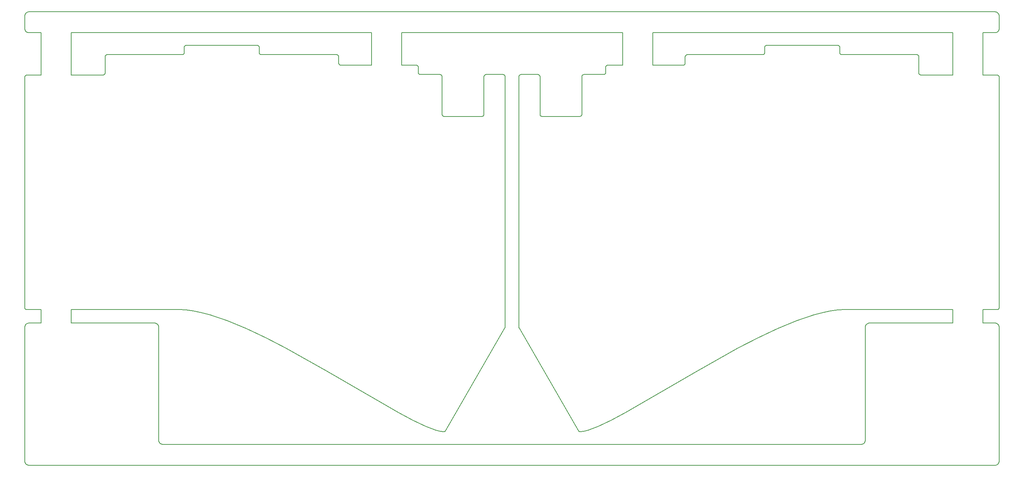
<source format=gbr>
%TF.GenerationSoftware,KiCad,Pcbnew,7.0.2*%
%TF.CreationDate,2023-10-11T00:11:02+09:00*%
%TF.ProjectId,_______,4b80adfc-dcfc-4c92-9e6b-696361645f70,rev?*%
%TF.SameCoordinates,Original*%
%TF.FileFunction,Profile,NP*%
%FSLAX46Y46*%
G04 Gerber Fmt 4.6, Leading zero omitted, Abs format (unit mm)*
G04 Created by KiCad (PCBNEW 7.0.2) date 2023-10-11 00:11:02*
%MOMM*%
%LPD*%
G01*
G04 APERTURE LIST*
%TA.AperFunction,Profile*%
%ADD10C,0.201082*%
%TD*%
G04 APERTURE END LIST*
D10*
X157186795Y-75754301D02*
X157211425Y-75758705D01*
X43143639Y-65489908D02*
X43107688Y-65455685D01*
X157390275Y-75834000D02*
X157409885Y-75847946D01*
X182925937Y-158466019D02*
X179911854Y-159906726D01*
X256298910Y-71084067D02*
X256318508Y-71098003D01*
X152580389Y-76123665D02*
X152587126Y-76099939D01*
X152570408Y-76172479D02*
X152574806Y-76147855D01*
X166004973Y-85443292D02*
X166014986Y-85465439D01*
X244196848Y-135306720D02*
X244238731Y-135282637D01*
X153064623Y-75748845D02*
X157110629Y-75748523D01*
X61988371Y-75497428D02*
X61995108Y-75473716D01*
X42979573Y-131835043D02*
X42961600Y-131817933D01*
X157595040Y-76123635D02*
X157600622Y-76147811D01*
X243104640Y-164083267D02*
X243148946Y-164063239D01*
X157136366Y-75749178D02*
X157161765Y-75751115D01*
X237924791Y-70959312D02*
X237947486Y-70968262D01*
X157480862Y-75912445D02*
X157496583Y-75930589D01*
X62434666Y-71004340D02*
X62459693Y-71001140D01*
X201095589Y-71003878D02*
X201120001Y-71000807D01*
X152963833Y-75758976D02*
X152988460Y-75754587D01*
X152574806Y-76147855D02*
X152580389Y-76123665D01*
X275059141Y-60809348D02*
X275104550Y-60827259D01*
X132113665Y-156597399D02*
X114844229Y-146555212D01*
X42819832Y-168260549D02*
X42816173Y-168211288D01*
X243616905Y-163595349D02*
X243636939Y-163551055D01*
X160971094Y-136313959D02*
X160964107Y-136299161D01*
X157538386Y-75989368D02*
X157550428Y-76010303D01*
X175988102Y-76099949D02*
X175995951Y-76076718D01*
X152564639Y-76248639D02*
X152565293Y-76222902D01*
X165893205Y-75989315D02*
X165905245Y-76010251D01*
X244371581Y-135222600D02*
X244418056Y-135206868D01*
X136516063Y-73520235D02*
X136539252Y-73527897D01*
X157428781Y-75862796D02*
X157446930Y-75878516D01*
X157578712Y-136268891D02*
X157572713Y-136284098D01*
X256120214Y-71008851D02*
X256144387Y-71014434D01*
X243233959Y-164017071D02*
X243274541Y-163991056D01*
X142259325Y-75787912D02*
X142281470Y-75797922D01*
X152694510Y-75912494D02*
X152711062Y-75895139D01*
X152650023Y-75969101D02*
X152663959Y-75949506D01*
X152565293Y-76222902D02*
X152567227Y-76197506D01*
X157349035Y-75808940D02*
X157369981Y-75820987D01*
X243684065Y-163411738D02*
X243695240Y-163363365D01*
X152567227Y-76197506D02*
X152570408Y-76172479D01*
X98434646Y-68754132D02*
X98458823Y-68758346D01*
X152728423Y-75878594D02*
X152746562Y-75862890D01*
X80933418Y-69099974D02*
X80941278Y-69076755D01*
X157305312Y-75787870D02*
X157327468Y-75797891D01*
X274863023Y-169150951D02*
X274814229Y-169157015D01*
X157259358Y-75771041D02*
X157282598Y-75778910D01*
X43765295Y-169160742D02*
X43716034Y-169157065D01*
X152587126Y-76099939D02*
X152594985Y-76076710D01*
X142564608Y-85248631D02*
X142565255Y-85274369D01*
X157110629Y-75748523D02*
X157136366Y-75749178D01*
X165988161Y-85397354D02*
X165996021Y-85420587D01*
X117762734Y-71201025D02*
X117776837Y-71221076D01*
X114844229Y-146555212D02*
X110065826Y-143830700D01*
X142548980Y-76123609D02*
X142554578Y-76147801D01*
X157369981Y-75820987D02*
X157390275Y-75834000D01*
X181637228Y-75397235D02*
X181643974Y-75373500D01*
X165949849Y-76123620D02*
X165955431Y-76147813D01*
X157282598Y-75778910D02*
X157305312Y-75787870D01*
X62016621Y-71422493D02*
X62021018Y-71397869D01*
X274911323Y-169142516D02*
X274863023Y-169150951D01*
X152826268Y-75809106D02*
X152847825Y-75798075D01*
X80971277Y-69010372D02*
X80983313Y-68989440D01*
X152594985Y-76076710D02*
X152603936Y-76054008D01*
X43143870Y-168903222D02*
X43107981Y-168869058D01*
X74333471Y-135306703D02*
X74374045Y-135332717D01*
X118104048Y-73427625D02*
X118125326Y-73439652D01*
X157409885Y-75847946D02*
X157428781Y-75862796D01*
X152847825Y-75798075D02*
X152869973Y-75788072D01*
X75216535Y-163963145D02*
X75255744Y-163991028D01*
X74835130Y-163363418D02*
X74846294Y-163411787D01*
X244117059Y-135360614D02*
X244156270Y-135332733D01*
X136865259Y-73924767D02*
X136868282Y-73949180D01*
X43763360Y-60750003D02*
X43814803Y-60748711D01*
X117944695Y-73276042D02*
X117958798Y-73296093D01*
X74586564Y-135525844D02*
X74616245Y-135563619D01*
X136811918Y-73763218D02*
X136822870Y-73785013D01*
X152603936Y-76054008D02*
X152613946Y-76031864D01*
X157464301Y-75895076D02*
X157480862Y-75912445D01*
X61995108Y-75473716D02*
X62000691Y-75449542D01*
X152915912Y-75771279D02*
X152939640Y-75764551D01*
X152785047Y-75834128D02*
X152805331Y-75821134D01*
X81151616Y-68821121D02*
X81172552Y-68809081D01*
X160942167Y-76100012D02*
X160950015Y-76076772D01*
X43814803Y-60748711D02*
X274715365Y-60748613D01*
X142765497Y-85649287D02*
X142785107Y-85663223D01*
X161140119Y-75833993D02*
X161160414Y-75820983D01*
X143039023Y-85747952D02*
X143064761Y-85748607D01*
X152613946Y-76031864D02*
X152624985Y-76010311D01*
X275313628Y-60947358D02*
X275351408Y-60977047D01*
X152624985Y-76010311D02*
X152637021Y-75989380D01*
X157161765Y-75751115D02*
X157186795Y-75754301D01*
X275686125Y-131632992D02*
X275677348Y-131655752D01*
X157566216Y-136299120D02*
X157559225Y-136313947D01*
X137091091Y-75663343D02*
X137111369Y-75676356D01*
X152711062Y-75895139D02*
X152728423Y-75878594D01*
X152663959Y-75949506D02*
X152678799Y-75930627D01*
X117617479Y-71069491D02*
X117638181Y-71082568D01*
X243516821Y-163760128D02*
X243544709Y-163720919D01*
X81359764Y-68751323D02*
X81385162Y-68749396D01*
X275573440Y-168675277D02*
X275547292Y-168716650D01*
X152637021Y-75989380D02*
X152650023Y-75969101D01*
X74935512Y-163638488D02*
X74959594Y-163680359D01*
X157525376Y-75969082D02*
X157538386Y-75989368D01*
X157511432Y-75949479D02*
X157525376Y-75969082D01*
X152892679Y-75779130D02*
X152915912Y-75771279D01*
X143070711Y-161140170D02*
X143054992Y-161144670D01*
X152678799Y-75930627D02*
X152694510Y-75912494D01*
X152805331Y-75821134D02*
X152826268Y-75809106D01*
X157610766Y-76248498D02*
X157610507Y-136092866D01*
X152746562Y-75862890D02*
X152765447Y-75848057D01*
X153013488Y-75751415D02*
X153038886Y-75749490D01*
X176095472Y-75912470D02*
X176112031Y-75895107D01*
X275450674Y-131905436D02*
X275428845Y-131916421D01*
X275052539Y-135220500D02*
X275098055Y-135238057D01*
X176037969Y-75989377D02*
X176050972Y-75969094D01*
X42845100Y-135918201D02*
X42858152Y-135871110D01*
X157543780Y-136342965D02*
X143358737Y-160912003D01*
X152765447Y-75848057D02*
X152785047Y-75834128D01*
X152869973Y-75788072D02*
X152892679Y-75779130D01*
X275422579Y-135454896D02*
X275456731Y-135490795D01*
X176340712Y-75764351D02*
X176364912Y-75758752D01*
X62026601Y-71373678D02*
X62033338Y-71349951D01*
X256558620Y-75543361D02*
X256568635Y-75565503D01*
X166129487Y-85618750D02*
X166147626Y-85634461D01*
X118286894Y-73493053D02*
X118311276Y-73496085D01*
X117552084Y-71036625D02*
X117574389Y-71046503D01*
X157327468Y-75797891D02*
X157349035Y-75808940D01*
X166065013Y-85547815D02*
X166079855Y-85566700D01*
X152939640Y-75764551D02*
X152963833Y-75758976D01*
X75662529Y-164150335D02*
X75712563Y-164156702D01*
X160929879Y-76147945D02*
X160935444Y-76123747D01*
X152988460Y-75754587D02*
X153013488Y-75751415D01*
X200671904Y-71448982D02*
X200674937Y-71424570D01*
X157235623Y-75764296D02*
X157259358Y-75771041D01*
X160922345Y-76197606D02*
X160925502Y-76172576D01*
X74846294Y-163411787D02*
X74859769Y-163459230D01*
X62050148Y-71304016D02*
X62060158Y-71281871D01*
X153038886Y-75749490D02*
X153064623Y-75748845D01*
X181924197Y-73557620D02*
X181945994Y-73546667D01*
X157211425Y-75758705D02*
X157235623Y-75764296D01*
X98677646Y-68861876D02*
X98696313Y-68878003D01*
X157446930Y-75878516D02*
X157464301Y-75895076D01*
X99169419Y-70960442D02*
X99192179Y-70969221D01*
X157496583Y-75930589D02*
X157511432Y-75949479D01*
X181610377Y-75465346D02*
X181620398Y-75443190D01*
X244664028Y-135163129D02*
X244715502Y-135161805D01*
X136648165Y-73582618D02*
X136668253Y-73596728D01*
X157550428Y-76010303D02*
X157561473Y-76031858D01*
X152434773Y-85584829D02*
X152450493Y-85566697D01*
X157561473Y-76031858D02*
X157571488Y-76054000D01*
X219671827Y-69199242D02*
X219674875Y-69174831D01*
X175965533Y-85248694D02*
X175965746Y-76248650D01*
X143254304Y-161038706D02*
X143241848Y-161049185D01*
X85060858Y-132670543D02*
X83150593Y-132276487D01*
X80486901Y-70992827D02*
X80511532Y-70988432D01*
X136786830Y-73721273D02*
X136799899Y-73741957D01*
X271815463Y-135161782D02*
X274715304Y-135161958D01*
X42932702Y-135691026D02*
X42956750Y-135648484D01*
X157571488Y-76054000D02*
X157580442Y-76076698D01*
X157580442Y-76076698D02*
X157588303Y-76099920D01*
X200540170Y-73334248D02*
X200556299Y-73315537D01*
X165926299Y-76053955D02*
X165935252Y-76076660D01*
X110065826Y-143830700D02*
X105249185Y-141191775D01*
X219505033Y-70869115D02*
X219523013Y-70852010D01*
X74794520Y-135960336D02*
X74803305Y-136009568D01*
X157588303Y-76099920D02*
X157595040Y-76123635D01*
X200314952Y-73477007D02*
X200338110Y-73469353D01*
X157600622Y-76147811D02*
X157605017Y-76172417D01*
X157605017Y-76172417D02*
X157608194Y-76197421D01*
X136855682Y-73876740D02*
X136861053Y-73900607D01*
X274814229Y-169157015D02*
X274765023Y-169160675D01*
X157608194Y-76197421D02*
X157610121Y-76222792D01*
X43387597Y-65652770D02*
X43343982Y-65630848D01*
X152344209Y-85663195D02*
X152363812Y-85649266D01*
X157610121Y-76222792D02*
X157610766Y-76248498D01*
X43058434Y-131893484D02*
X43037754Y-131880407D01*
X256405160Y-71180604D02*
X256420003Y-71199489D01*
X157610507Y-136092866D02*
X157610291Y-136109313D01*
X166293709Y-85718273D02*
X166316929Y-85726133D01*
X42830021Y-131586285D02*
X42824623Y-131562418D01*
X243636939Y-163551055D02*
X243654852Y-163505646D01*
X80811534Y-70797766D02*
X80825473Y-70778168D01*
X157610291Y-136109313D02*
X157609526Y-136125706D01*
X61847076Y-75718781D02*
X61864437Y-75702227D01*
X157609526Y-136125706D02*
X157608218Y-136142035D01*
X157608218Y-136142035D02*
X157606370Y-136158286D01*
X80511532Y-70988432D02*
X80535732Y-70982850D01*
X157606370Y-136158286D02*
X157603987Y-136174449D01*
X244613229Y-135167011D02*
X244664028Y-135163129D01*
X142574756Y-85349420D02*
X142580339Y-85373613D01*
X165566462Y-75758794D02*
X165590637Y-75764377D01*
X136876588Y-75324926D02*
X136880977Y-75349532D01*
X157603987Y-136174449D02*
X157601074Y-136190511D01*
X81111733Y-68848066D02*
X81131333Y-68834126D01*
X157601074Y-136190511D02*
X157597634Y-136206460D01*
X42983026Y-168716644D02*
X42956859Y-168675247D01*
X143202607Y-161078057D02*
X143188940Y-161086806D01*
X181545468Y-75566659D02*
X181560318Y-75547764D01*
X157597634Y-136206460D02*
X157593674Y-136222284D01*
X74616245Y-135563619D02*
X74644119Y-135602822D01*
X135604527Y-158466047D02*
X132113665Y-156597399D01*
X157593674Y-136222284D02*
X157589197Y-136237972D01*
X43524064Y-65705405D02*
X43477720Y-65690081D01*
X200291419Y-73483527D02*
X200314952Y-73477007D01*
X157589197Y-136237972D02*
X157584209Y-136253512D01*
X175507407Y-161152191D02*
X175475473Y-161144716D01*
X256372893Y-71145105D02*
X256389447Y-71162466D01*
X75613295Y-164141534D02*
X75662529Y-164150335D01*
X157584209Y-136253512D02*
X157578712Y-136268891D01*
X74291593Y-135282620D02*
X74333471Y-135306703D01*
X200556299Y-73315537D02*
X200571427Y-73296129D01*
X157572713Y-136284098D02*
X157566216Y-136299120D01*
X142363844Y-75847935D02*
X142382729Y-75862774D01*
X275488863Y-168795579D02*
X275456651Y-168832967D01*
X157559225Y-136313947D02*
X157551745Y-136328566D01*
X136886551Y-75373708D02*
X136893279Y-75397423D01*
X157551745Y-136328566D02*
X157543780Y-136342965D01*
X143358737Y-160912003D02*
X143350112Y-160926375D01*
X143350112Y-160926375D02*
X143341053Y-160940385D01*
X143341053Y-160940385D02*
X143331571Y-160954027D01*
X74826339Y-163314186D02*
X74835130Y-163363418D01*
X256591722Y-75607993D02*
X256604731Y-75628278D01*
X219668881Y-70523351D02*
X219669497Y-70498553D01*
X242965280Y-164130371D02*
X243012745Y-164116896D01*
X143331571Y-160954027D02*
X143321677Y-160967295D01*
X143278210Y-161016505D02*
X143266428Y-161027811D01*
X143321677Y-160967295D02*
X143311382Y-160980183D01*
X237596896Y-69100037D02*
X237603633Y-69123765D01*
X81025089Y-68930677D02*
X81040800Y-68912538D01*
X142990530Y-161157579D02*
X142974074Y-161159503D01*
X62272476Y-71059006D02*
X62294034Y-71047959D01*
X143311382Y-160980183D02*
X143300698Y-160992685D01*
X143300698Y-160992685D02*
X143289637Y-161004794D01*
X175572957Y-161160879D02*
X175539933Y-161157596D01*
X275239834Y-131963859D02*
X275215029Y-131964471D01*
X75564922Y-164130361D02*
X75613295Y-164141534D01*
X143289637Y-161004794D02*
X143278210Y-161016505D01*
X142924075Y-161162049D02*
X142085887Y-161078241D01*
X143266428Y-161027811D02*
X143254304Y-161038706D01*
X42899093Y-131741754D02*
X42885996Y-131721068D01*
X143241848Y-161049185D02*
X143229072Y-161059240D01*
X243735792Y-135960279D02*
X243746940Y-135911914D01*
X143229072Y-161059240D02*
X143215988Y-161068866D01*
X83150593Y-132276487D02*
X81340405Y-132032208D01*
X165943112Y-76099892D02*
X165949849Y-76123620D01*
X200585538Y-73276065D02*
X200598616Y-73255385D01*
X143215988Y-161068866D02*
X143202607Y-161078057D01*
X74814799Y-136161813D02*
X74814837Y-163161942D01*
X43041513Y-168795649D02*
X43011255Y-168756805D01*
X143188940Y-161086806D02*
X143175000Y-161095108D01*
X43765355Y-65747382D02*
X43716093Y-65743716D01*
X275597500Y-135690981D02*
X275619413Y-135734581D01*
X117855271Y-71424687D02*
X117858294Y-71449116D01*
X143175000Y-161095108D02*
X143160797Y-161102956D01*
X118147138Y-73450613D02*
X118169443Y-73460490D01*
X243716840Y-136110303D02*
X243720679Y-136059536D01*
X143160797Y-161102956D02*
X143146343Y-161110344D01*
X244513913Y-135182199D02*
X244563170Y-135173389D01*
X256509173Y-71397870D02*
X256513568Y-71422496D01*
X42929184Y-76031579D02*
X42944895Y-76013431D01*
X152302988Y-85688217D02*
X152323923Y-85676189D01*
X165724885Y-75821009D02*
X165745165Y-75834010D01*
X143146343Y-161110344D02*
X143131649Y-161117266D01*
X160920623Y-136125849D02*
X160919812Y-136109499D01*
X98855430Y-69174787D02*
X98858470Y-69199200D01*
X75338196Y-164041123D02*
X75381313Y-164063211D01*
X244281856Y-135260548D02*
X244326161Y-135240515D01*
X98638224Y-68832638D02*
X98658269Y-68846748D01*
X143131649Y-161117266D02*
X143116728Y-161123715D01*
X166186110Y-85663236D02*
X166206391Y-85676238D01*
X160925502Y-76172576D02*
X160929879Y-76147945D01*
X143116728Y-161123715D02*
X143101590Y-161129687D01*
X62010204Y-75374564D02*
X62010859Y-75348859D01*
X143101590Y-161129687D02*
X143086247Y-161135174D01*
X74913426Y-163595376D02*
X74935512Y-163638488D01*
X275270150Y-65580743D02*
X275228755Y-65606882D01*
X143086247Y-161135174D02*
X143070711Y-161140170D01*
X43814894Y-169161981D02*
X43765295Y-169160742D01*
X53914889Y-75849040D02*
X61510882Y-75848655D01*
X74694194Y-135685264D02*
X74716270Y-135728376D01*
X143054992Y-161144670D02*
X143039104Y-161148667D01*
X143039104Y-161148667D02*
X143023056Y-161152155D01*
X74959594Y-163680359D02*
X74985609Y-163720928D01*
X143023056Y-161152155D02*
X143006861Y-161155127D01*
X152140874Y-85742736D02*
X152165480Y-85738347D01*
X43123767Y-131926349D02*
X43101481Y-131916471D01*
X181669303Y-73900622D02*
X181674683Y-73876757D01*
X143006861Y-161155127D02*
X142990530Y-161157579D01*
X152534377Y-85420614D02*
X152542245Y-85397384D01*
X142974074Y-161159503D02*
X142957505Y-161160893D01*
X74803305Y-136009568D02*
X74809655Y-136059600D01*
X142957505Y-161160893D02*
X142940835Y-161161744D01*
X43013597Y-61150409D02*
X43043285Y-61112629D01*
X275488933Y-65382460D02*
X275456717Y-65419892D01*
X142940835Y-161161744D02*
X142924075Y-161162049D01*
X142085887Y-161078241D02*
X141082822Y-160833959D01*
X200698723Y-71329860D02*
X200707501Y-71307119D01*
X61938476Y-75607962D02*
X61950512Y-75587031D01*
X201047563Y-71013530D02*
X201071430Y-71008124D01*
X141082822Y-160833959D02*
X138618610Y-159906763D01*
X181354258Y-75709367D02*
X181376400Y-75699352D01*
X275310239Y-168965586D02*
X275270082Y-168993815D01*
X181397955Y-75688307D02*
X181418892Y-75676264D01*
X132909823Y-73498706D02*
X136370562Y-73498629D01*
X138618610Y-159906763D02*
X135604527Y-158466047D01*
X256802631Y-75799471D02*
X256824785Y-75809492D01*
X181159762Y-75748649D02*
X181185467Y-75748002D01*
X73814852Y-135161858D02*
X73866327Y-135163168D01*
X256516746Y-71447523D02*
X256518673Y-71472921D01*
X118083347Y-73414548D02*
X118104048Y-73427625D01*
X105249185Y-141191775D02*
X100467398Y-138724023D01*
X136849162Y-73853207D02*
X136855682Y-73876740D01*
X100467398Y-138724023D02*
X95793555Y-136513032D01*
X137344887Y-75748166D02*
X137370623Y-75748822D01*
X118125326Y-73439652D02*
X118147138Y-73450613D01*
X161419787Y-75748597D02*
X165465777Y-75748626D01*
X165590637Y-75764377D02*
X165614349Y-75771114D01*
X95793555Y-136513032D02*
X91300746Y-134644388D01*
X42819892Y-64847528D02*
X42816234Y-64798266D01*
X118215363Y-73476930D02*
X118238895Y-73483459D01*
X118025120Y-73369182D02*
X118043841Y-73385310D01*
X175327877Y-161078070D02*
X175301418Y-161059245D01*
X43432203Y-65672525D02*
X43387597Y-65652770D01*
X42873947Y-131699808D02*
X42862962Y-131678012D01*
X117919606Y-73234103D02*
X117931625Y-73255364D01*
X200669528Y-72998765D02*
X200669451Y-71498404D01*
X74816130Y-163213386D02*
X74819985Y-163264155D01*
X91300746Y-134644388D02*
X87062062Y-133203677D01*
X87062062Y-133203677D02*
X85060858Y-132670543D01*
X275386627Y-135420674D02*
X275422579Y-135454896D01*
X181587279Y-75507859D02*
X181599327Y-75486913D01*
X80900634Y-70599467D02*
X80905012Y-70574863D01*
X75255744Y-163991028D02*
X75296318Y-164017041D01*
X81340405Y-132032208D02*
X79639430Y-131948403D01*
X219669497Y-70498553D02*
X219669360Y-69248665D01*
X61925474Y-75628243D02*
X61938476Y-75607962D01*
X79639430Y-131948403D02*
X53914942Y-131959611D01*
X165916286Y-76031808D02*
X165926299Y-76053955D01*
X142785107Y-85663223D02*
X142805401Y-85676225D01*
X74859769Y-163459230D02*
X74875491Y-163505685D01*
X53914942Y-131959611D02*
X53915068Y-135161767D01*
X160946112Y-136253586D02*
X160941117Y-136238048D01*
X192909411Y-65748850D02*
X192909411Y-73498652D01*
X125709651Y-73498811D02*
X125709643Y-65748656D01*
X53915068Y-135161767D02*
X73814852Y-135161858D01*
X161202929Y-75797896D02*
X161225087Y-75787880D01*
X73866327Y-135163168D02*
X73917125Y-135167038D01*
X176248861Y-75797956D02*
X176271018Y-75787936D01*
X80764413Y-70852152D02*
X80780972Y-70834790D01*
X142728452Y-85618737D02*
X142746601Y-85634448D01*
X243387833Y-163902045D02*
X243422570Y-163868930D01*
X74893398Y-163551088D02*
X74913426Y-163595376D01*
X73917125Y-135167038D02*
X73967182Y-135173405D01*
X73967182Y-135173405D02*
X74016437Y-135182207D01*
X74016437Y-135182207D02*
X74064826Y-135193380D01*
X43055714Y-75921974D02*
X43076650Y-75909931D01*
X74064826Y-135193380D02*
X74112287Y-135206862D01*
X275310309Y-65552536D02*
X275270150Y-65580743D01*
X166227323Y-85688274D02*
X166248874Y-85699312D01*
X75013493Y-163760130D02*
X75043184Y-163797905D01*
X62251540Y-71071049D02*
X62272476Y-71059006D01*
X74112287Y-135206862D02*
X74158757Y-135222590D01*
X62338886Y-71028977D02*
X62362119Y-71021105D01*
X74814837Y-163161942D02*
X74816130Y-163213386D01*
X74158757Y-135222590D02*
X74204174Y-135240501D01*
X74204174Y-135240501D02*
X74248473Y-135260532D01*
X175606387Y-161161988D02*
X175572957Y-161160879D01*
X165965701Y-85248647D02*
X165966346Y-85274383D01*
X98890042Y-70667069D02*
X98898844Y-70689813D01*
X74248473Y-135260532D02*
X74291593Y-135282620D01*
X74374045Y-135332717D02*
X74413250Y-135360600D01*
X117696410Y-71127935D02*
X117714388Y-71145047D01*
X74413250Y-135360600D02*
X74451025Y-135390289D01*
X74451025Y-135390289D02*
X74487307Y-135421720D01*
X117898783Y-73189994D02*
X117908653Y-73212299D01*
X74487307Y-135421720D02*
X74522032Y-135454832D01*
X62071197Y-71260315D02*
X62083233Y-71239379D01*
X181788967Y-73663133D02*
X181806078Y-73645160D01*
X117529328Y-71027847D02*
X117552084Y-71036625D01*
X74522032Y-135454832D02*
X74555139Y-135489561D01*
X74716270Y-135728376D02*
X74736288Y-135772665D01*
X256525088Y-75424944D02*
X256529483Y-75449550D01*
X98801880Y-69013238D02*
X98812865Y-69035034D01*
X182134796Y-73499429D02*
X182159594Y-73498820D01*
X74555139Y-135489561D02*
X74586564Y-135525844D01*
X43618912Y-65729224D02*
X43571155Y-65718464D01*
X43301500Y-135303846D02*
X43344051Y-135279806D01*
X117858294Y-71449116D02*
X117860119Y-71473752D01*
X142746601Y-85634448D02*
X142765497Y-85649287D01*
X142303026Y-75808961D02*
X142323962Y-75820997D01*
X80941278Y-69076755D02*
X80950228Y-69054061D01*
X275142662Y-135257813D02*
X275186278Y-135279734D01*
X74644119Y-135602822D02*
X74670123Y-135643392D01*
X74670123Y-135643392D02*
X74694194Y-135685264D01*
X182014192Y-73520375D02*
X182037726Y-73513854D01*
X74736288Y-135772665D02*
X74754184Y-135818069D01*
X160920440Y-76223006D02*
X160922345Y-76197606D01*
X74754184Y-135818069D02*
X74769897Y-135864524D01*
X165866260Y-75949431D02*
X165880200Y-75969031D01*
X165880200Y-75969031D02*
X165893205Y-75989315D01*
X61659591Y-75826190D02*
X61682824Y-75818329D01*
X74769897Y-135864524D02*
X74783363Y-135911967D01*
X152236594Y-85718193D02*
X152259291Y-85709251D01*
X271815341Y-131962800D02*
X271815463Y-135161782D01*
X142711081Y-85602186D02*
X142728452Y-85618737D01*
X181824056Y-73628054D02*
X181842771Y-73611933D01*
X74783363Y-135911967D02*
X74794520Y-135960336D01*
X237718787Y-70797804D02*
X237733631Y-70816689D01*
X237357739Y-68809118D02*
X237378671Y-68821154D01*
X74809655Y-136059600D02*
X74813507Y-136110369D01*
X256496854Y-71349950D02*
X256503591Y-71373678D01*
X42956750Y-135648484D02*
X42982891Y-135607096D01*
X181842771Y-73611933D02*
X181862183Y-73596813D01*
X74813507Y-136110369D02*
X74814799Y-136161813D01*
X74819985Y-163264155D02*
X74826339Y-163314186D01*
X74875491Y-163505685D02*
X74893398Y-163551088D01*
X161033819Y-75930589D02*
X161049537Y-75912440D01*
X256236149Y-71047991D02*
X256257700Y-71059030D01*
X175866211Y-85547828D02*
X175880148Y-85528234D01*
X43178840Y-60977057D02*
X43216614Y-60947366D01*
X74985609Y-163720928D02*
X75013493Y-163760130D01*
X75043184Y-163797905D02*
X75074619Y-163834187D01*
X201000871Y-71027756D02*
X201024030Y-71020079D01*
X75074619Y-163834187D02*
X75107734Y-163868915D01*
X243487127Y-163797908D02*
X243516821Y-163760128D01*
X219798788Y-68913184D02*
X219815844Y-68895210D01*
X160926264Y-136174529D02*
X160923853Y-136158378D01*
X256191318Y-71029030D02*
X256214012Y-71037981D01*
X117863238Y-73047999D02*
X117866261Y-73072428D01*
X160919818Y-76248744D02*
X160920440Y-76223006D01*
X256918666Y-75838658D02*
X256943295Y-75843062D01*
X75107734Y-163868915D02*
X75142467Y-163902026D01*
X75142467Y-163902026D02*
X75178755Y-163933457D01*
X243594814Y-163638467D02*
X243616905Y-163595349D01*
X75178755Y-163933457D02*
X75216535Y-163963145D01*
X75296318Y-164017041D02*
X75338196Y-164041123D01*
X75381313Y-164063211D02*
X75425607Y-164083241D01*
X75425607Y-164083241D02*
X75471015Y-164101152D01*
X43315001Y-75849587D02*
X46715064Y-75849500D01*
X237994420Y-70982859D02*
X238018595Y-70988442D01*
X176439978Y-75749181D02*
X176465716Y-75748504D01*
X166038067Y-85507932D02*
X166051073Y-85528215D01*
X275715487Y-64748578D02*
X275714251Y-64798178D01*
X42824623Y-131562418D02*
X42820395Y-131538259D01*
X75471015Y-164101152D02*
X75517475Y-164116879D01*
X81194108Y-68798040D02*
X81216255Y-68788027D01*
X75517475Y-164116879D02*
X75564922Y-164130361D01*
X80728897Y-70884420D02*
X80747044Y-70868706D01*
X75712563Y-164156702D02*
X75763333Y-164160572D01*
X75763333Y-164160572D02*
X75814776Y-164161881D01*
X175355479Y-161095131D02*
X175327877Y-161078070D01*
X165959827Y-76172439D02*
X165963004Y-76197466D01*
X75814776Y-164161881D02*
X242715304Y-164161828D01*
X142450498Y-75930535D02*
X142465341Y-75949419D01*
X43571107Y-169131758D02*
X43524024Y-169118678D01*
X175252297Y-161016511D02*
X175229818Y-160992703D01*
X175959764Y-85324855D02*
X175962945Y-85299828D01*
X242715304Y-164161828D02*
X242766777Y-164160535D01*
X166079855Y-85566700D02*
X166095570Y-85584838D01*
X142400869Y-75878485D02*
X142418231Y-75895036D01*
X242766777Y-164160535D02*
X242817574Y-164156680D01*
X242817574Y-164156680D02*
X242867632Y-164150326D01*
X242867632Y-164150326D02*
X242916888Y-164141535D01*
X175962945Y-85299828D02*
X175964879Y-85274431D01*
X242916888Y-164141535D02*
X242965280Y-164130371D01*
X175926235Y-85443327D02*
X175935186Y-85420625D01*
X244715502Y-135161805D02*
X264615283Y-135161889D01*
X152213371Y-85726044D02*
X152236594Y-85718193D01*
X243012745Y-164116896D02*
X243059219Y-164101174D01*
X142826348Y-85688260D02*
X142847915Y-85699299D01*
X175566328Y-85738357D02*
X175590522Y-85732782D01*
X243059219Y-164101174D02*
X243104640Y-164083267D01*
X243148946Y-164063239D02*
X243192073Y-164041153D01*
X117812879Y-71284818D02*
X117822749Y-71307122D01*
X175745121Y-85663205D02*
X175764721Y-85649276D01*
X81040800Y-68912538D02*
X81057351Y-68895176D01*
X243192073Y-164041153D02*
X243233959Y-164017071D01*
X117931625Y-73255364D02*
X117944695Y-73276042D01*
X243274541Y-163991056D02*
X243313755Y-163963171D01*
X274911234Y-65729197D02*
X274862890Y-65737608D01*
X43260143Y-168993861D02*
X43220033Y-168965658D01*
X166166511Y-85649300D02*
X166186110Y-85663236D01*
X117434635Y-71004062D02*
X117458775Y-71008276D01*
X243313755Y-163963171D02*
X243351540Y-163933480D01*
X275709684Y-76273486D02*
X275712885Y-76298513D01*
X152115869Y-85745909D02*
X152140874Y-85742736D01*
X256649243Y-75684916D02*
X256665804Y-75702284D01*
X243351540Y-163933480D02*
X243387833Y-163902045D01*
X43011126Y-65343597D02*
X42982937Y-65303477D01*
X275636770Y-61359420D02*
X275654677Y-61404823D01*
X152259291Y-85709251D02*
X152281433Y-85699248D01*
X166095570Y-85584838D02*
X166112124Y-85602198D01*
X256168099Y-71021171D02*
X256191318Y-71029030D01*
X142580339Y-85373613D02*
X142587077Y-85397341D01*
X243422570Y-163868930D02*
X243455689Y-163834196D01*
X243455689Y-163834196D02*
X243487127Y-163797908D01*
X42961600Y-131817933D02*
X42944490Y-131799953D01*
X243544709Y-163720919D02*
X243570727Y-163680345D01*
X243570727Y-163680345D02*
X243594814Y-163638467D01*
X176271018Y-75787936D02*
X176293734Y-75778974D01*
X42885996Y-131721068D02*
X42873947Y-131699808D01*
X62010851Y-71498654D02*
X62011506Y-71472917D01*
X43011091Y-135566945D02*
X43041315Y-135528112D01*
X165968273Y-85299781D02*
X165971449Y-85324808D01*
X243654852Y-163505646D02*
X243670582Y-163459186D01*
X137269840Y-75738639D02*
X137294464Y-75743043D01*
X243670582Y-163459186D02*
X243684065Y-163411738D01*
X152450493Y-85566697D02*
X152465342Y-85547817D01*
X166271013Y-85709323D02*
X166293709Y-85718273D01*
X243695240Y-163363365D02*
X243704043Y-163314130D01*
X243704043Y-163314130D02*
X243710412Y-163264096D01*
X118169443Y-73460490D02*
X118192199Y-73469268D01*
X243710412Y-163264096D02*
X243714283Y-163213325D01*
X176004893Y-76054014D02*
X176014898Y-76031868D01*
X244418056Y-135206868D02*
X244465520Y-135193380D01*
X181662058Y-73949192D02*
X181665089Y-73924780D01*
X98861303Y-70523311D02*
X98863138Y-70547937D01*
X243714283Y-163213325D02*
X243715594Y-163161881D01*
X42913529Y-61315187D02*
X42935617Y-61272069D01*
X62316181Y-71037939D02*
X62338886Y-71028977D01*
X243715594Y-163161881D02*
X243715563Y-136161744D01*
X42956859Y-168675247D02*
X42932791Y-168632696D01*
X165783648Y-75862785D02*
X165801787Y-75878496D01*
X243715563Y-136161744D02*
X243716840Y-136110303D01*
X200955834Y-71046429D02*
X200978125Y-71036545D01*
X243720679Y-136059536D02*
X243727017Y-136009507D01*
X166414425Y-85746033D02*
X166439796Y-85747967D01*
X231468394Y-133203640D02*
X227229712Y-134644352D01*
X220000934Y-68778016D02*
X220024101Y-68770339D01*
X181991031Y-73528028D02*
X182014192Y-73520375D01*
X181757710Y-73701251D02*
X181772838Y-73681843D01*
X243727017Y-136009507D02*
X243735792Y-135960279D01*
X152363812Y-85649266D02*
X152382701Y-85634433D01*
X243746940Y-135911914D02*
X243760400Y-135864476D01*
X80559469Y-70976113D02*
X80582710Y-70968253D01*
X219585495Y-70775855D02*
X219598574Y-70755175D01*
X243760400Y-135864476D02*
X243776108Y-135818026D01*
X43716201Y-135166937D02*
X43765463Y-135163278D01*
X243776108Y-135818026D02*
X243794000Y-135772628D01*
X175208851Y-160967337D02*
X175189486Y-160940463D01*
X142064684Y-75748612D02*
X142090422Y-75749267D01*
X243794000Y-135772628D02*
X243814015Y-135728344D01*
X200640262Y-73167309D02*
X200647925Y-73144153D01*
X220047636Y-68763790D02*
X220071495Y-68758384D01*
X166051073Y-85528215D02*
X166065013Y-85547815D01*
X243814015Y-135728344D02*
X243836090Y-135685238D01*
X243836090Y-135685238D02*
X243860161Y-135643371D01*
X237314050Y-68788069D02*
X237336189Y-68798080D01*
X43041337Y-65382393D02*
X43011126Y-65343597D01*
X182061594Y-73508482D02*
X182085755Y-73504277D01*
X243860161Y-135643371D02*
X243886166Y-135602808D01*
X243886166Y-135602808D02*
X243914041Y-135563610D01*
X80796690Y-70816651D02*
X80811534Y-70797766D01*
X256665804Y-75702284D02*
X256683175Y-75718845D01*
X243914041Y-135563610D02*
X243943724Y-135525840D01*
X243943724Y-135525840D02*
X243975153Y-135489561D01*
X238891024Y-131948365D02*
X237190049Y-132032169D01*
X243975153Y-135489561D02*
X244008263Y-135454837D01*
X176206346Y-75821047D02*
X176227293Y-75809003D01*
X142479282Y-75969019D02*
X142492289Y-75989303D01*
X244008263Y-135454837D02*
X244042993Y-135421729D01*
X244042993Y-135421729D02*
X244079279Y-135390300D01*
X175964879Y-85274431D02*
X175965533Y-85248694D01*
X200446881Y-73414672D02*
X200466950Y-73400568D01*
X244079279Y-135390300D02*
X244117059Y-135360614D01*
X237489489Y-68912554D02*
X237505203Y-68930692D01*
X42982937Y-65303477D02*
X42956805Y-65262115D01*
X237119570Y-68748772D02*
X237145275Y-68749426D01*
X42814852Y-61748651D02*
X42816163Y-61697208D01*
X244156270Y-135332733D02*
X244196848Y-135306720D01*
X175935186Y-85420625D02*
X175943046Y-85397395D01*
X244238731Y-135282637D02*
X244281856Y-135260548D01*
X165935252Y-76076660D02*
X165943112Y-76099892D01*
X219314906Y-70976794D02*
X219338064Y-70969141D01*
X244326161Y-135240515D02*
X244371581Y-135222600D01*
X181477672Y-75634462D02*
X181495817Y-75618741D01*
X81131333Y-68834126D02*
X81151616Y-68821121D01*
X244465520Y-135193380D02*
X244513913Y-135182199D01*
X201144625Y-70998929D02*
X201169421Y-70998258D01*
X176444575Y-161078188D02*
X175606387Y-161161988D01*
X244563170Y-135173389D02*
X244613229Y-135167011D01*
X275422431Y-61041590D02*
X275455546Y-61076319D01*
X264615283Y-135161889D02*
X264615527Y-131959733D01*
X219426151Y-70927529D02*
X219446836Y-70914460D01*
X152323923Y-85676189D02*
X152344209Y-85663195D01*
X264615527Y-131959733D02*
X238891024Y-131948365D01*
X117458775Y-71008276D02*
X117482632Y-71013656D01*
X237190049Y-132032169D02*
X235379862Y-132276448D01*
X219912769Y-68819679D02*
X219934051Y-68807652D01*
X142916026Y-85726119D02*
X142939761Y-85732856D01*
X235379862Y-132276448D02*
X233469598Y-132670505D01*
X233469598Y-132670505D02*
X231468394Y-133203640D01*
X160932657Y-136206533D02*
X160929200Y-136190585D01*
X227229712Y-134644352D02*
X222736904Y-136512999D01*
X275703830Y-61596321D02*
X275710185Y-61646353D01*
X237418549Y-68848092D02*
X237437434Y-68862931D01*
X222736904Y-136512999D02*
X218063062Y-138723993D01*
X142678799Y-85566687D02*
X142694519Y-85584825D01*
X175955366Y-85349479D02*
X175959764Y-85324855D01*
X136841509Y-73830048D02*
X136849162Y-73853207D01*
X218063062Y-138723993D02*
X213281276Y-141191748D01*
X213281276Y-141191748D02*
X203686234Y-146555191D01*
X175384131Y-161110377D02*
X175355479Y-161095131D01*
X160919543Y-136093110D02*
X160919818Y-76248744D01*
X117839173Y-71353065D02*
X117845694Y-71376620D01*
X165682402Y-75797934D02*
X165703953Y-75808973D01*
X203686234Y-146555191D02*
X186416800Y-156597376D01*
X186416800Y-156597376D02*
X182925937Y-158466019D01*
X200218982Y-73496128D02*
X200243394Y-73493104D01*
X61980512Y-75520647D02*
X61988371Y-75497428D01*
X175971434Y-76172491D02*
X175975812Y-76147866D01*
X179911854Y-159906726D02*
X177447640Y-160833912D01*
X219640225Y-70667099D02*
X219647889Y-70643942D01*
X177447640Y-160833912D02*
X176444575Y-161078188D01*
X275619503Y-65175934D02*
X275597572Y-65219549D01*
X219360808Y-70960371D02*
X219383097Y-70950502D01*
X175539933Y-161157596D02*
X175507407Y-161152191D01*
X175475473Y-161144716D02*
X175444220Y-161135221D01*
X181439177Y-75663255D02*
X181458781Y-75649310D01*
X142115819Y-75751201D02*
X142140846Y-75754383D01*
X175444220Y-161135221D02*
X175413742Y-161123758D01*
X275714024Y-136112312D02*
X275715243Y-136161912D01*
X136799899Y-73741957D02*
X136811918Y-73763218D01*
X175413742Y-161123758D02*
X175384131Y-161110377D01*
X175301418Y-161059245D02*
X175276194Y-161038708D01*
X175916225Y-85465470D02*
X175926235Y-85443327D01*
X80861547Y-70715406D02*
X80871553Y-70693268D01*
X175276194Y-161038708D02*
X175252297Y-161016511D01*
X256760120Y-75776374D02*
X256781065Y-75788421D01*
X118335858Y-73497918D02*
X118360598Y-73498536D01*
X165963004Y-76197466D02*
X165964932Y-76222864D01*
X117801926Y-71263014D02*
X117812879Y-71284818D01*
X175229818Y-160992703D02*
X175208851Y-160967337D01*
X175189486Y-160940463D02*
X175171816Y-160912133D01*
X176014898Y-76031868D02*
X176025934Y-76010312D01*
X181945994Y-73546667D02*
X181968285Y-73536798D01*
X175171816Y-160912133D02*
X160986529Y-136342881D01*
X160986529Y-136342881D02*
X160978570Y-136328537D01*
X200505079Y-73369327D02*
X200523058Y-73352221D01*
X98990272Y-70834042D02*
X99007380Y-70852021D01*
X160978570Y-136328537D02*
X160971094Y-136313959D01*
X160964107Y-136299161D02*
X160957611Y-136284157D01*
X160957611Y-136284157D02*
X160951611Y-136268961D01*
X161271045Y-75771064D02*
X161294782Y-75764327D01*
X99104060Y-70927577D02*
X99125317Y-70939604D01*
X43107981Y-168869058D02*
X43073767Y-168833094D01*
X160951611Y-136268961D02*
X160946112Y-136253586D01*
X176316975Y-75771102D02*
X176340712Y-75764351D01*
X160941117Y-136238048D02*
X160936631Y-136222359D01*
X46714888Y-135161881D02*
X46714766Y-131962891D01*
X275456651Y-168832967D02*
X275422488Y-168868859D01*
X166026028Y-85486996D02*
X166038067Y-85507932D01*
X160936631Y-136222359D02*
X160932657Y-136206533D01*
X160929200Y-136190585D02*
X160926264Y-136174529D01*
X200659834Y-73096757D02*
X200664048Y-73072599D01*
X160923853Y-136158378D02*
X160921971Y-136142147D01*
X256568635Y-75565503D02*
X256579679Y-75587057D01*
X165637569Y-75778973D02*
X165660264Y-75787924D01*
X176227293Y-75809003D02*
X176248861Y-75797956D01*
X80913518Y-69197468D02*
X80916700Y-69172465D01*
X160921971Y-136142147D02*
X160920623Y-136125849D01*
X160919812Y-136109499D02*
X160919543Y-136093110D01*
X136901130Y-75420645D02*
X136910072Y-75443342D01*
X165966346Y-85274383D02*
X165968273Y-85299781D01*
X160935444Y-76123747D02*
X160942167Y-76100012D01*
X62362119Y-71021105D02*
X62385847Y-71014354D01*
X160950015Y-76076772D02*
X160958958Y-76054058D01*
X61864437Y-75702227D02*
X61880988Y-75684865D01*
X160958958Y-76054058D02*
X160968962Y-76031902D01*
X256541804Y-75497441D02*
X256549665Y-75520663D01*
X160968962Y-76031902D02*
X160979998Y-76010335D01*
X160979998Y-76010335D02*
X160992033Y-75989389D01*
X42985714Y-61189617D02*
X43013597Y-61150409D01*
X160992033Y-75989389D02*
X161005036Y-75969095D01*
X161318983Y-75758744D02*
X161343615Y-75754348D01*
X161005036Y-75969095D02*
X161018975Y-75949484D01*
X256278630Y-71071066D02*
X256298910Y-71084067D01*
X219631445Y-70689840D02*
X219640225Y-70667099D01*
X161018975Y-75949484D02*
X161033819Y-75930589D01*
X161049537Y-75912440D02*
X161066096Y-75895069D01*
X256446947Y-71239372D02*
X256458986Y-71260308D01*
X176389544Y-75754336D02*
X176414576Y-75751136D01*
X200684532Y-71376547D02*
X200691061Y-71353017D01*
X98845804Y-69126761D02*
X98851202Y-69150627D01*
X166340642Y-85732870D02*
X166364817Y-85738453D01*
X181513186Y-75602179D02*
X181529747Y-75584808D01*
X237559030Y-69010396D02*
X237570072Y-69031953D01*
X98974140Y-70815325D02*
X98990272Y-70834042D01*
X42910784Y-135734641D02*
X42932702Y-135691026D01*
X142213389Y-75771102D02*
X142236621Y-75778961D01*
X161066096Y-75895069D02*
X161083465Y-75878507D01*
X61682824Y-75818329D02*
X61705529Y-75809377D01*
X165764764Y-75847946D02*
X165783648Y-75862785D01*
X161083465Y-75878507D02*
X161101613Y-75862786D01*
X237679801Y-70736985D02*
X237691841Y-70757921D01*
X161101613Y-75862786D02*
X161120508Y-75847938D01*
X161120508Y-75847938D02*
X161140119Y-75833993D01*
X161160414Y-75820983D02*
X161181361Y-75808940D01*
X200404938Y-73439761D02*
X200426197Y-73427741D01*
X161181361Y-75808940D02*
X161202929Y-75797896D01*
X165965579Y-76248601D02*
X165965701Y-85248647D01*
X117360934Y-70998580D02*
X117385673Y-70999197D01*
X161225087Y-75787880D02*
X161247803Y-75778926D01*
X165660264Y-75787924D02*
X165682402Y-75797934D01*
X219466904Y-70900356D02*
X219486317Y-70885236D01*
X161247803Y-75778926D02*
X161271045Y-75771064D01*
X176364912Y-75758752D02*
X176389544Y-75754336D01*
X117845694Y-71376620D02*
X117851065Y-71400508D01*
X80871553Y-70693268D02*
X80880495Y-70670573D01*
X42834329Y-168357732D02*
X42825895Y-168309391D01*
X161294782Y-75764327D02*
X161318983Y-75758744D01*
X161343615Y-75754348D02*
X161368647Y-75751171D01*
X81172552Y-68809081D02*
X81194108Y-68798040D01*
X275098055Y-135238057D02*
X275142662Y-135257813D01*
X161368647Y-75751171D02*
X161394049Y-75749243D01*
X176064911Y-75949494D02*
X176079755Y-75930609D01*
X81092849Y-68862908D02*
X81111733Y-68848066D01*
X161394049Y-75749243D02*
X161419787Y-75748597D01*
X165465777Y-75748626D02*
X165491483Y-75749280D01*
X176147547Y-75862839D02*
X176166442Y-75847996D01*
X118360598Y-73498536D02*
X125709651Y-73498811D01*
X165491483Y-75749280D02*
X165516854Y-75751214D01*
X42837512Y-76201002D02*
X42845371Y-76177762D01*
X165516854Y-75751214D02*
X165541857Y-75754396D01*
X165541857Y-75754396D02*
X165566462Y-75758794D01*
X118063264Y-73400438D02*
X118083347Y-73414548D01*
X165745165Y-75834010D02*
X165764764Y-75847946D01*
X219446836Y-70914460D02*
X219466904Y-70900356D01*
X165614349Y-75771114D02*
X165637569Y-75778973D01*
X200679151Y-71400412D02*
X200684532Y-71376547D01*
X165703953Y-75808973D02*
X165724885Y-75821009D01*
X80710002Y-70899262D02*
X80728897Y-70884420D01*
X181235841Y-75742898D02*
X181260447Y-75738502D01*
X43260104Y-135329977D02*
X43301500Y-135303846D01*
X137052619Y-75634547D02*
X137071497Y-75649396D01*
X175590522Y-85732782D02*
X175614252Y-85726054D01*
X165801787Y-75878496D02*
X165819150Y-75895048D01*
X80410731Y-70998578D02*
X80436469Y-70997932D01*
X165819150Y-75895048D02*
X165835703Y-75912408D01*
X99311399Y-70996038D02*
X99336034Y-70997871D01*
X165835703Y-75912408D02*
X165851418Y-75930547D01*
X275573515Y-65262090D02*
X275547366Y-65303477D01*
X42834384Y-64944709D02*
X42825954Y-64896370D01*
X43524160Y-135205256D02*
X43571256Y-135192193D01*
X136539252Y-73527897D02*
X136562027Y-73536675D01*
X165851418Y-75930547D02*
X165866260Y-75949431D01*
X165905245Y-76010251D02*
X165916286Y-76031808D01*
X142650005Y-85528203D02*
X142663950Y-85547803D01*
X165955431Y-76147813D02*
X165959827Y-76172439D01*
X175660192Y-85709261D02*
X175682340Y-85699259D01*
X200654454Y-73120622D02*
X200659834Y-73096757D01*
X165964932Y-76222864D02*
X165965579Y-76248601D01*
X165971449Y-85324808D02*
X165975844Y-85349434D01*
X165975844Y-85349434D02*
X165981425Y-85373626D01*
X175975812Y-76147866D02*
X175981379Y-76123675D01*
X181260447Y-75738502D02*
X181284623Y-75732920D01*
X43107691Y-135454728D02*
X43143655Y-135420576D01*
X61971561Y-75543342D02*
X61980512Y-75520647D01*
X256943295Y-75843062D02*
X256968324Y-75846249D01*
X200523058Y-73352221D02*
X200540170Y-73334248D01*
X175966370Y-76222914D02*
X175968276Y-76197517D01*
X165981425Y-85373626D02*
X165988161Y-85397354D01*
X152564761Y-85248685D02*
X152564639Y-76248639D01*
X165996021Y-85420587D02*
X166004973Y-85443292D01*
X61510882Y-75848655D02*
X61536619Y-75848008D01*
X166014986Y-85465439D02*
X166026028Y-85486996D01*
X117677688Y-71111807D02*
X117696410Y-71127935D01*
X166112124Y-85602198D02*
X166129487Y-85618750D01*
X166147626Y-85634461D02*
X166166511Y-85649300D01*
X175995951Y-76076718D02*
X176004893Y-76054014D01*
X166206391Y-85676238D02*
X166227323Y-85688274D01*
X166248874Y-85699312D02*
X166271013Y-85709323D01*
X98860919Y-69248624D02*
X98860690Y-70498513D01*
X43315054Y-131964394D02*
X43290257Y-131963777D01*
X166316929Y-85726133D02*
X166340642Y-85732870D01*
X166364817Y-85738453D02*
X166389422Y-85742851D01*
X181210837Y-75746075D02*
X181235841Y-75742898D01*
X166389422Y-85742851D02*
X166414425Y-85746033D01*
X42900409Y-76070085D02*
X42914345Y-76050475D01*
X166465502Y-85748622D02*
X175465533Y-85748488D01*
X166439796Y-85747967D02*
X166465502Y-85748622D01*
X176025934Y-76010312D02*
X176037969Y-75989377D01*
X275270208Y-135329943D02*
X275310359Y-135358164D01*
X219664016Y-70572388D02*
X219667048Y-70547976D01*
X175465533Y-85748488D02*
X175491272Y-85747843D01*
X99336034Y-70997871D02*
X99360835Y-70998488D01*
X176293734Y-75778974D02*
X176316975Y-75771102D01*
X192909411Y-73498652D02*
X200169558Y-73498561D01*
X175491272Y-85747843D02*
X175516671Y-85745918D01*
X275597498Y-168632742D02*
X275573440Y-168675277D01*
X200466950Y-73400568D02*
X200486362Y-73385448D01*
X62083233Y-71239379D02*
X62096234Y-71219096D01*
X220024101Y-68770339D02*
X220047636Y-68763790D01*
X256513568Y-71422496D02*
X256516746Y-71447523D01*
X175516671Y-85745918D02*
X175541701Y-85742746D01*
X142570360Y-85324794D02*
X142574756Y-85349420D01*
X43387600Y-169065991D02*
X43344009Y-169044062D01*
X175682340Y-85699259D02*
X175703899Y-85688228D01*
X175541701Y-85742746D02*
X175566328Y-85738357D01*
X175614252Y-85726054D02*
X175637486Y-85718203D01*
X175637486Y-85718203D02*
X175660192Y-85709261D01*
X175703899Y-85688228D02*
X175724836Y-85676199D01*
X237619357Y-69248746D02*
X237619464Y-70498635D01*
X175724836Y-85676199D02*
X175745121Y-85663205D01*
X117958798Y-73296093D02*
X117973918Y-73315476D01*
X275422488Y-168868859D02*
X275386524Y-168903074D01*
X175764721Y-85649276D02*
X175783607Y-85634444D01*
X175783607Y-85634444D02*
X175801746Y-85618740D01*
X136920074Y-75465484D02*
X136931104Y-75487039D01*
X136668253Y-73596728D02*
X136687680Y-73611856D01*
X175880148Y-85528234D02*
X175893150Y-85507955D01*
X142636996Y-85507919D02*
X142650005Y-85528203D01*
X175801746Y-85618740D02*
X175819108Y-85602195D01*
X175819108Y-85602195D02*
X175835660Y-85584840D01*
X43241220Y-131958912D02*
X43217061Y-131954698D01*
X275291523Y-75855443D02*
X275316147Y-75859841D01*
X175835660Y-85584840D02*
X175851371Y-85566708D01*
X175968276Y-76197517D02*
X175971434Y-76172491D01*
X200647925Y-73144153D02*
X200654454Y-73120622D01*
X175851371Y-85566708D02*
X175866211Y-85547828D01*
X136910072Y-75443342D02*
X136920074Y-75465484D01*
X117731493Y-71162969D02*
X117747614Y-71181642D01*
X175893150Y-85507955D02*
X175905186Y-85487023D01*
X275644486Y-131721110D02*
X275631410Y-131741782D01*
X175905186Y-85487023D02*
X175916225Y-85465470D01*
X237783263Y-70868739D02*
X237801403Y-70884450D01*
X175943046Y-85397395D02*
X175949783Y-85373670D01*
X175949783Y-85373670D02*
X175955366Y-85349479D01*
X175965746Y-76248650D02*
X175966370Y-76222914D01*
X275186150Y-169044051D02*
X275142539Y-169065989D01*
X152189656Y-85732772D02*
X152213371Y-85726044D01*
X275455546Y-61076319D02*
X275486982Y-61112602D01*
X42873473Y-135824765D02*
X42891029Y-135779248D01*
X175981379Y-76123675D02*
X175988102Y-76099949D01*
X237570072Y-69031953D02*
X237580084Y-69054100D01*
X181629359Y-75420476D02*
X181637228Y-75397235D01*
X98385583Y-68749266D02*
X98410218Y-68751100D01*
X117482632Y-71013656D02*
X117506163Y-71020185D01*
X219892064Y-68832754D02*
X219912769Y-68819679D01*
X176050972Y-75969094D02*
X176064911Y-75949494D01*
X275142539Y-169065989D02*
X275097941Y-169085762D01*
X99238909Y-70983412D02*
X99262795Y-70988792D01*
X176079755Y-75930609D02*
X176095472Y-75912470D01*
X176112031Y-75895107D02*
X176129399Y-75878553D01*
X43814955Y-65748618D02*
X43765355Y-65747382D01*
X176465716Y-75748504D02*
X181159762Y-75748649D01*
X176129399Y-75878553D02*
X176147547Y-75862839D01*
X98866179Y-70572350D02*
X98870407Y-70596510D01*
X176166442Y-75847996D02*
X176186052Y-75834054D01*
X176186052Y-75834054D02*
X176206346Y-75821047D01*
X181185467Y-75748002D02*
X181210837Y-75746075D01*
X117861413Y-73023363D02*
X117863238Y-73047999D01*
X275215029Y-131964471D02*
X271815341Y-131962800D01*
X176414576Y-75751136D02*
X176439978Y-75749181D01*
X181284623Y-75732920D02*
X181308338Y-75726182D01*
X62192771Y-71112842D02*
X62211656Y-71097998D01*
X181308338Y-75726182D02*
X181331560Y-75718321D01*
X181331560Y-75718321D02*
X181354258Y-75709367D01*
X43181071Y-65522163D02*
X43143639Y-65489908D01*
X181376400Y-75699352D02*
X181397955Y-75688307D01*
X181418892Y-75676264D02*
X181439177Y-75663255D01*
X181458781Y-75649310D02*
X181477672Y-75634462D01*
X181495817Y-75618741D02*
X181513186Y-75602179D01*
X181529747Y-75584808D02*
X181545468Y-75566659D01*
X99007380Y-70852021D02*
X99025295Y-70869133D01*
X275712885Y-76298513D02*
X275714840Y-76323911D01*
X181560318Y-75547764D02*
X181574266Y-75528153D01*
X181574266Y-75528153D02*
X181587279Y-75507859D01*
X181599327Y-75486913D02*
X181610377Y-75465346D01*
X181620398Y-75443190D02*
X181629359Y-75420476D01*
X181643974Y-75373500D02*
X181649565Y-75349302D01*
X275228755Y-65606882D02*
X275186205Y-65630921D01*
X181649565Y-75349302D02*
X181653969Y-75324671D01*
X181653969Y-75324671D02*
X181657155Y-75299640D01*
X181657155Y-75299640D02*
X181659091Y-75274240D01*
X181659091Y-75274240D02*
X181659747Y-75248502D01*
X181659747Y-75248502D02*
X181659609Y-73998614D01*
X181659609Y-73998614D02*
X181660226Y-73973817D01*
X181660226Y-73973817D02*
X181662058Y-73949192D01*
X181665089Y-73924780D02*
X181669303Y-73900622D01*
X274959102Y-135192117D02*
X275006194Y-135205176D01*
X181674683Y-73876757D02*
X181681212Y-73853227D01*
X275714840Y-76323911D02*
X275715518Y-76349648D01*
X181681212Y-73853227D02*
X181688875Y-73830070D01*
X181688875Y-73830070D02*
X181697653Y-73807329D01*
X181697653Y-73807329D02*
X181707532Y-73785042D01*
X181707532Y-73785042D02*
X181718493Y-73763250D01*
X61727676Y-75799364D02*
X61749233Y-75788322D01*
X275387697Y-61008478D02*
X275422431Y-61041590D01*
X275573460Y-135648460D02*
X275597500Y-135690981D01*
X181718493Y-73763250D02*
X181730521Y-73741995D01*
X181730521Y-73741995D02*
X181743599Y-73721315D01*
X275142582Y-65652827D02*
X275097968Y-65672566D01*
X181743599Y-73721315D02*
X181757710Y-73701251D01*
X99147118Y-70950565D02*
X99169419Y-70960442D01*
X181772838Y-73681843D02*
X181788967Y-73663133D01*
X181806078Y-73645160D02*
X181824056Y-73628054D01*
X80535732Y-70982850D02*
X80559469Y-70976113D01*
X181862183Y-73596813D02*
X181882252Y-73582710D01*
X98789831Y-68991978D02*
X98801880Y-69013238D01*
X200610644Y-73234129D02*
X200621605Y-73212338D01*
X181882252Y-73582710D02*
X181902937Y-73569640D01*
X98959002Y-70795912D02*
X98974140Y-70815325D01*
X181902937Y-73569640D02*
X181924197Y-73557620D01*
X181968285Y-73536798D02*
X181991031Y-73528028D01*
X182037726Y-73513854D02*
X182061594Y-73508482D01*
X275639166Y-135779176D02*
X275656724Y-135824684D01*
X182085755Y-73504277D02*
X182110169Y-73501253D01*
X182110169Y-73501253D02*
X182134796Y-73499429D01*
X182159594Y-73498820D02*
X185709597Y-73498757D01*
X81310112Y-68758896D02*
X81334737Y-68754500D01*
X142165471Y-75758781D02*
X142189663Y-75764365D01*
X185709597Y-73498757D02*
X185709582Y-65748603D01*
X62021018Y-71397869D02*
X62026601Y-71373678D01*
X185709582Y-65748603D02*
X132909815Y-65748550D01*
X62010859Y-75348859D02*
X62010851Y-71498654D01*
X132909815Y-65748550D02*
X132909823Y-73498706D01*
X275666062Y-76132854D02*
X275676083Y-76155001D01*
X137153853Y-75699452D02*
X137175995Y-75709473D01*
X136370562Y-73498629D02*
X136395364Y-73499247D01*
X136395364Y-73499247D02*
X136420000Y-73501080D01*
X98617552Y-68819561D02*
X98638224Y-68832638D01*
X136420000Y-73501080D02*
X136444430Y-73504112D01*
X136444430Y-73504112D02*
X136468611Y-73508326D01*
X136468611Y-73508326D02*
X136492502Y-73513706D01*
X136822870Y-73785013D02*
X136832739Y-73807303D01*
X136492502Y-73513706D02*
X136516063Y-73520235D01*
X136562027Y-73536675D02*
X136584347Y-73546553D01*
X275677348Y-131655752D02*
X275667471Y-131678053D01*
X117851065Y-71400508D02*
X117855271Y-71424687D01*
X136584347Y-73546553D02*
X136606171Y-73557513D01*
X275631410Y-131741782D02*
X275617301Y-131761828D01*
X42825895Y-168309391D02*
X42819832Y-168260549D01*
X98812865Y-69035034D02*
X98822767Y-69057324D01*
X136606171Y-73557513D02*
X136627458Y-73569541D01*
X136627458Y-73569541D02*
X136648165Y-73582618D01*
X136687680Y-73611856D02*
X136706403Y-73627983D01*
X200728339Y-71263041D02*
X200740366Y-71241785D01*
X136706403Y-73627983D02*
X136724383Y-73645095D01*
X264615481Y-75849160D02*
X264615542Y-65748805D01*
X62110171Y-71199496D02*
X62125010Y-71180611D01*
X136724383Y-73645095D02*
X136741487Y-73663074D01*
X152548990Y-85373659D02*
X152554580Y-85349468D01*
X136741487Y-73663074D02*
X136757608Y-73681791D01*
X275097968Y-65672566D02*
X275052444Y-65690105D01*
X136873415Y-75299922D02*
X136876588Y-75324926D01*
X136757608Y-73681791D02*
X136772728Y-73701204D01*
X136772728Y-73701204D02*
X136786830Y-73721273D01*
X136832739Y-73807303D02*
X136841509Y-73830048D01*
X136861053Y-73900607D02*
X136865259Y-73924767D01*
X136868282Y-73949180D02*
X136870106Y-73973805D01*
X256847498Y-75818453D02*
X256870736Y-75826322D01*
X136870106Y-73973805D02*
X136870715Y-73998603D01*
X200670070Y-71473607D02*
X200671904Y-71448982D01*
X136870715Y-73998603D02*
X136870844Y-75248845D01*
X275006113Y-169118675D02*
X274959047Y-169131746D01*
X62060158Y-71281871D02*
X62071197Y-71260315D01*
X136870844Y-75248845D02*
X136871490Y-75274551D01*
X136871490Y-75274551D02*
X136873415Y-75299922D01*
X136880977Y-75349532D02*
X136886551Y-75373708D01*
X136893279Y-75397423D02*
X136901130Y-75420645D01*
X117860804Y-72998561D02*
X117861413Y-73023363D01*
X136931104Y-75487039D02*
X136943132Y-75507975D01*
X136943132Y-75507975D02*
X136956125Y-75528260D01*
X98908747Y-70712103D02*
X98919731Y-70733899D01*
X136956125Y-75528260D02*
X136970054Y-75547863D01*
X137245650Y-75733048D02*
X137269840Y-75738639D01*
X136970054Y-75547863D02*
X136984885Y-75566753D01*
X136984885Y-75566753D02*
X137000589Y-75584898D01*
X137000589Y-75584898D02*
X137017133Y-75602266D01*
X137198696Y-75718434D02*
X137221925Y-75726303D01*
X137017133Y-75602266D02*
X137034487Y-75618826D01*
X137034487Y-75618826D02*
X137052619Y-75634547D01*
X137071497Y-75649396D02*
X137091091Y-75663343D01*
X275616020Y-76050477D02*
X275629962Y-76070077D01*
X137111369Y-75676356D02*
X137132300Y-75688403D01*
X137132300Y-75688403D02*
X137153853Y-75699452D01*
X200668911Y-73023562D02*
X200669528Y-72998765D01*
X137175995Y-75709473D02*
X137198696Y-75718434D01*
X137221925Y-75726303D02*
X137245650Y-75733048D01*
X137294464Y-75743043D02*
X137319490Y-75746229D01*
X200243394Y-73493104D02*
X200267553Y-73488899D01*
X98762609Y-68951224D02*
X98776735Y-68971293D01*
X137319490Y-75746229D02*
X137344887Y-75748166D01*
X137370623Y-75748822D02*
X142064684Y-75748612D01*
X275710514Y-168260710D02*
X275704435Y-168309520D01*
X142090422Y-75749267D02*
X142115819Y-75751201D01*
X275494919Y-75935056D02*
X275514519Y-75948992D01*
X142140846Y-75754383D02*
X142165471Y-75758781D01*
X142189663Y-75764365D02*
X142213389Y-75771102D01*
X142236621Y-75778961D02*
X142259325Y-75787912D01*
X274765023Y-169160675D02*
X274715487Y-169161897D01*
X142281470Y-75797922D02*
X142303026Y-75808961D01*
X142323962Y-75820997D02*
X142344245Y-75833999D01*
X62174633Y-71128556D02*
X62192771Y-71112842D01*
X142344245Y-75833999D02*
X142363844Y-75847935D01*
X98596295Y-68807534D02*
X98617552Y-68819561D01*
X80780972Y-70834790D02*
X80796690Y-70816651D01*
X142382729Y-75862774D02*
X142400869Y-75878485D01*
X275474636Y-75922055D02*
X275494919Y-75935056D01*
X142418231Y-75895036D02*
X142434784Y-75912397D01*
X142434784Y-75912397D02*
X142450498Y-75930535D01*
X142465341Y-75949419D02*
X142479282Y-75969019D01*
X142492289Y-75989303D02*
X142504332Y-76010239D01*
X256870736Y-75826322D02*
X256894470Y-75833067D01*
X142504332Y-76010239D02*
X142515378Y-76031796D01*
X142515378Y-76031796D02*
X142525398Y-76053943D01*
X142525398Y-76053943D02*
X142534359Y-76076648D01*
X142534359Y-76076648D02*
X142542230Y-76099880D01*
X142542230Y-76099880D02*
X142548980Y-76123609D01*
X142554578Y-76147801D02*
X142558992Y-76172427D01*
X142558992Y-76172427D02*
X142562192Y-76197454D01*
X275471968Y-131893387D02*
X275450674Y-131905436D01*
X98851202Y-69150627D02*
X98855430Y-69174787D01*
X142562192Y-76197454D02*
X142564146Y-76222852D01*
X142564146Y-76222852D02*
X142564822Y-76248589D01*
X142564822Y-76248589D02*
X142564608Y-85248631D01*
X142565255Y-85274369D02*
X142567183Y-85299767D01*
X275601176Y-76031593D02*
X275616020Y-76050477D01*
X142567183Y-85299767D02*
X142570360Y-85324794D01*
X142587077Y-85397341D02*
X142594939Y-85420574D01*
X142594939Y-85420574D02*
X142603893Y-85443279D01*
X117574389Y-71046503D02*
X117596201Y-71057463D01*
X142603893Y-85443279D02*
X142613908Y-85465426D01*
X142613908Y-85465426D02*
X142624953Y-85486983D01*
X142624953Y-85486983D02*
X142636996Y-85507919D01*
X274862890Y-65737608D02*
X274814046Y-65743654D01*
X142663950Y-85547803D02*
X142678799Y-85566687D01*
X142694519Y-85584825D02*
X142711081Y-85602186D01*
X142805401Y-85676225D02*
X142826348Y-85688260D01*
X142847915Y-85699299D02*
X142870071Y-85709309D01*
X142870071Y-85709309D02*
X142892785Y-85718259D01*
X142892785Y-85718259D02*
X142916026Y-85726119D01*
X275313089Y-131954758D02*
X275288905Y-131958985D01*
X142939761Y-85732856D02*
X142963960Y-85738439D01*
X142963960Y-85738439D02*
X142988591Y-85742837D01*
X42825954Y-64896370D02*
X42819892Y-64847528D01*
X200486362Y-73385448D02*
X200505079Y-73369327D01*
X275672051Y-135871024D02*
X275685114Y-135918112D01*
X142988591Y-85742837D02*
X143013622Y-85746018D01*
X143013622Y-85746018D02*
X143039023Y-85747952D01*
X200631484Y-73190051D02*
X200640262Y-73167309D01*
X152465342Y-85547817D02*
X152479289Y-85528223D01*
X238093574Y-70997956D02*
X238119280Y-70998610D01*
X143064761Y-85748607D02*
X152064791Y-85748479D01*
X152064791Y-85748479D02*
X152090498Y-85747833D01*
X152090498Y-85747833D02*
X152115869Y-85745909D01*
X152165480Y-85738347D02*
X152189656Y-85732772D01*
X43289264Y-75850234D02*
X43315001Y-75849587D01*
X200740366Y-71241785D02*
X200753443Y-71221105D01*
X152281433Y-85699248D02*
X152302988Y-85688217D01*
X275699669Y-76224667D02*
X275705268Y-76248860D01*
X152382701Y-85634433D02*
X152400846Y-85618729D01*
X152400846Y-85618729D02*
X152418213Y-85602184D01*
X152418213Y-85602184D02*
X152434773Y-85584829D01*
X42944490Y-131799953D02*
X42928357Y-131781236D01*
X152479289Y-85528223D02*
X152492301Y-85507944D01*
X152492301Y-85507944D02*
X152504347Y-85487012D01*
X152504347Y-85487012D02*
X152515396Y-85465459D01*
X117385673Y-70999197D02*
X117410254Y-71001030D01*
X152515396Y-85465459D02*
X152525417Y-85443316D01*
X275514519Y-75948992D02*
X275533405Y-75963832D01*
X61749233Y-75788322D02*
X61770170Y-75776283D01*
X201169421Y-70998258D02*
X219169512Y-70998347D01*
X152558984Y-85324844D02*
X152562169Y-85299818D01*
X152525417Y-85443316D02*
X152534377Y-85420614D01*
X152542245Y-85397384D02*
X152548990Y-85373659D01*
X152554580Y-85349468D02*
X152558984Y-85324844D01*
X152562169Y-85299818D02*
X152564105Y-85274421D01*
X152564105Y-85274421D02*
X152564761Y-85248685D01*
X43564959Y-60780167D02*
X43613328Y-60769003D01*
X125709643Y-65748656D02*
X53914954Y-65748686D01*
X80996314Y-68969160D02*
X81010250Y-68949562D01*
X275486982Y-61112602D02*
X275516673Y-61150376D01*
X43101481Y-131916471D02*
X43079689Y-131905511D01*
X61705529Y-75809377D02*
X61727676Y-75799364D01*
X53914954Y-65748686D02*
X53914889Y-75849040D01*
X237268137Y-68771260D02*
X237291356Y-68779119D01*
X61536619Y-75848008D02*
X61562017Y-75846081D01*
X61562017Y-75846081D02*
X61587045Y-75842904D01*
X62011506Y-71472917D02*
X62013439Y-71447520D01*
X61587045Y-75842904D02*
X61611670Y-75838508D01*
X61611670Y-75838508D02*
X61635863Y-75832927D01*
X61635863Y-75832927D02*
X61659591Y-75826190D01*
X61770170Y-75776283D02*
X61790453Y-75763277D01*
X80461869Y-70996004D02*
X80486901Y-70992827D01*
X61790453Y-75763277D02*
X61810053Y-75749338D01*
X61810053Y-75749338D02*
X61828938Y-75734495D01*
X61828938Y-75734495D02*
X61847076Y-75718781D01*
X61880988Y-75684865D02*
X61896699Y-75666726D01*
X61896699Y-75666726D02*
X61911538Y-75647841D01*
X61911538Y-75647841D02*
X61925474Y-75628243D01*
X61950512Y-75587031D02*
X61961551Y-75565480D01*
X256144387Y-71014434D02*
X256168099Y-71021171D01*
X61961551Y-75565480D02*
X61971561Y-75543342D01*
X98552196Y-68786695D02*
X98574496Y-68796573D01*
X62000691Y-75449542D02*
X62005089Y-75424937D01*
X98776735Y-68971293D02*
X98789831Y-68991978D01*
X43387674Y-135257893D02*
X43432287Y-135238140D01*
X62005089Y-75424937D02*
X62008271Y-75399934D01*
X99192179Y-70969221D02*
X99215356Y-70976883D01*
X62008271Y-75399934D02*
X62010204Y-75374564D01*
X62013439Y-71447520D02*
X62016621Y-71422493D01*
X256318508Y-71098003D02*
X256337392Y-71112843D01*
X62033338Y-71349951D02*
X62041197Y-71326720D01*
X62041197Y-71326720D02*
X62050148Y-71304016D01*
X62096234Y-71219096D02*
X62110171Y-71199496D01*
X62125010Y-71180611D02*
X62140721Y-71162472D01*
X42887407Y-76090379D02*
X42900409Y-76070085D01*
X62140721Y-71162472D02*
X62157272Y-71145110D01*
X275310359Y-135358164D02*
X275349193Y-135388419D01*
X80436469Y-70997932D02*
X80461869Y-70996004D01*
X62157272Y-71145110D02*
X62174633Y-71128556D01*
X42817354Y-131513847D02*
X42815519Y-131489222D01*
X62211656Y-71097998D02*
X62231256Y-71084057D01*
X275532215Y-131851028D02*
X275512779Y-131866166D01*
X62231256Y-71084057D02*
X62251540Y-71071049D01*
X62294034Y-71047959D02*
X62316181Y-71037939D01*
X62385847Y-71014354D02*
X62410040Y-71008756D01*
X62410040Y-71008756D02*
X62434666Y-71004340D01*
X117990039Y-73334149D02*
X118007144Y-73352071D01*
X62459693Y-71001140D02*
X62485091Y-70999185D01*
X62485091Y-70999185D02*
X62510829Y-70998507D01*
X62510829Y-70998507D02*
X80410731Y-70998578D01*
X80582710Y-70968253D02*
X80605425Y-70959301D01*
X80605425Y-70959301D02*
X80627583Y-70949288D01*
X275619429Y-168589130D02*
X275597498Y-168632742D01*
X80627583Y-70949288D02*
X80649150Y-70938246D01*
X80649150Y-70938246D02*
X80670097Y-70926207D01*
X80670097Y-70926207D02*
X80690392Y-70913202D01*
X275547292Y-168716650D02*
X275519088Y-168756779D01*
X98882356Y-70643909D02*
X98890042Y-70667069D01*
X256968324Y-75846249D02*
X256993722Y-75848186D01*
X237616785Y-69197611D02*
X237618711Y-69223009D01*
X80690392Y-70913202D02*
X80710002Y-70899262D01*
X80950228Y-69054061D02*
X80960238Y-69031922D01*
X80747044Y-70868706D02*
X80764413Y-70852152D01*
X274715365Y-60748613D02*
X274766811Y-60749924D01*
X43076650Y-75909931D02*
X43098207Y-75898887D01*
X80825473Y-70778168D02*
X80838476Y-70757888D01*
X80838476Y-70757888D02*
X80850511Y-70736957D01*
X117908653Y-73212299D02*
X117919606Y-73234103D01*
X80850511Y-70736957D02*
X80861547Y-70715406D01*
X98839254Y-69103228D02*
X98845804Y-69126761D01*
X80880495Y-70670573D02*
X80888344Y-70647354D01*
X80888344Y-70647354D02*
X80895068Y-70623641D01*
X200852613Y-71111723D02*
X200872025Y-71096601D01*
X80895068Y-70623641D02*
X80900634Y-70599467D01*
X80905012Y-70574863D02*
X80908170Y-70549860D01*
X256521910Y-75399939D02*
X256525088Y-75424944D01*
X117658265Y-71096679D02*
X117677688Y-71111807D01*
X80908170Y-70549860D02*
X80910077Y-70524490D01*
X80910077Y-70524490D02*
X80910700Y-70498784D01*
X80910700Y-70498784D02*
X80910929Y-69248544D01*
X80910929Y-69248544D02*
X80911584Y-69222838D01*
X80911584Y-69222838D02*
X80913518Y-69197468D01*
X80916700Y-69172465D02*
X80921098Y-69147861D01*
X80921098Y-69147861D02*
X80926681Y-69123687D01*
X80926681Y-69123687D02*
X80933418Y-69099974D01*
X43098207Y-75898887D02*
X43120354Y-75888871D01*
X80960238Y-69031922D02*
X80971277Y-69010372D01*
X80983313Y-68989440D02*
X80996314Y-68969160D01*
X81010250Y-68949562D02*
X81025089Y-68930677D01*
X219934051Y-68807652D02*
X219955866Y-68796688D01*
X81057351Y-68895176D02*
X81074711Y-68878622D01*
X43263866Y-75852162D02*
X43289264Y-75850234D01*
X81074711Y-68878622D02*
X81092849Y-68862908D01*
X81216255Y-68788027D02*
X81238960Y-68779074D01*
X81238960Y-68779074D02*
X81262192Y-68771214D01*
X81262192Y-68771214D02*
X81285920Y-68764477D01*
X81285920Y-68764477D02*
X81310112Y-68758896D01*
X81334737Y-68754500D02*
X81359764Y-68751323D01*
X275336984Y-131949360D02*
X275313089Y-131954758D01*
X256519335Y-75348863D02*
X256519982Y-75374569D01*
X81385162Y-68749396D02*
X81410899Y-68748750D01*
X81410899Y-68748750D02*
X98360781Y-68748649D01*
X256458986Y-71260308D02*
X256470028Y-71281865D01*
X98360781Y-68748649D02*
X98385583Y-68749266D01*
X98410218Y-68751100D02*
X98434646Y-68754132D01*
X275406519Y-131926323D02*
X275383740Y-131935125D01*
X98458823Y-68758346D02*
X98482708Y-68763726D01*
X98482708Y-68763726D02*
X98506260Y-68770255D01*
X238119280Y-70998610D02*
X256019534Y-70998683D01*
X98506260Y-68770255D02*
X98529437Y-68777917D01*
X98529437Y-68777917D02*
X98552196Y-68786695D01*
X237947486Y-70968262D02*
X237970707Y-70976122D01*
X98574496Y-68796573D02*
X98596295Y-68807534D01*
X98658269Y-68846748D02*
X98677646Y-68861876D01*
X43477720Y-65690081D02*
X43432203Y-65672525D01*
X98696313Y-68878003D02*
X98714228Y-68895115D01*
X98714228Y-68895115D02*
X98731338Y-68913095D01*
X98731338Y-68913095D02*
X98747471Y-68931811D01*
X98747471Y-68931811D02*
X98762609Y-68951224D01*
X275006194Y-135205176D02*
X275052539Y-135220500D01*
X98822767Y-69057324D02*
X98831569Y-69080069D01*
X98831569Y-69080069D02*
X98839254Y-69103228D01*
X256518673Y-71472921D02*
X256519320Y-71498658D01*
X98858470Y-69199200D02*
X98860306Y-69223826D01*
X98860306Y-69223826D02*
X98860919Y-69248624D01*
X98860690Y-70498513D02*
X98861303Y-70523311D01*
X42854322Y-76155048D02*
X42864332Y-76132892D01*
X98863138Y-70547937D02*
X98866179Y-70572350D01*
X98870407Y-70596510D02*
X98875805Y-70620376D01*
X220144604Y-68749190D02*
X220169344Y-68748519D01*
X98875805Y-70620376D02*
X98882356Y-70643909D01*
X256683175Y-75718845D02*
X256701323Y-75734565D01*
X200669451Y-71498404D02*
X200670070Y-71473607D01*
X98898844Y-70689813D02*
X98908747Y-70712103D01*
X98919731Y-70733899D02*
X98931781Y-70755159D01*
X98931781Y-70755159D02*
X98944877Y-70775844D01*
X98944877Y-70775844D02*
X98959002Y-70795912D01*
X237765900Y-70852188D02*
X237783263Y-70868739D01*
X99262795Y-70988792D02*
X99286972Y-70993006D01*
X99025295Y-70869133D02*
X99043963Y-70885261D01*
X99043963Y-70885261D02*
X99063341Y-70900388D01*
X99063341Y-70900388D02*
X99083387Y-70914499D01*
X99083387Y-70914499D02*
X99104060Y-70927577D01*
X99125317Y-70939604D02*
X99147118Y-70950565D01*
X237902652Y-70949301D02*
X237924791Y-70959312D01*
X99215356Y-70976883D02*
X99238909Y-70983412D01*
X118192199Y-73469268D02*
X118215363Y-73476930D01*
X99286972Y-70993006D02*
X99311399Y-70996038D01*
X275670399Y-61451278D02*
X275683874Y-61498721D01*
X99360835Y-70998488D02*
X117360934Y-70998580D01*
X117410254Y-71001030D02*
X117434635Y-71004062D01*
X275692917Y-76200939D02*
X275699669Y-76224667D01*
X117506163Y-71020185D02*
X117529328Y-71027847D01*
X42817612Y-76298597D02*
X42820794Y-76273566D01*
X117596201Y-71057463D02*
X117617479Y-71069491D01*
X117638181Y-71082568D02*
X117658265Y-71096679D01*
X117875838Y-73120496D02*
X117882359Y-73144051D01*
X117714388Y-71145047D02*
X117731493Y-71162969D01*
X117747614Y-71181642D02*
X117762734Y-71201025D01*
X275349081Y-168935327D02*
X275310239Y-168965586D01*
X117776837Y-71221076D02*
X117789907Y-71241753D01*
X117831519Y-71329885D02*
X117839173Y-71353065D01*
X42956805Y-65262115D02*
X42932765Y-65219593D01*
X117789907Y-71241753D02*
X117801926Y-71263014D01*
X117822749Y-71307122D02*
X117831519Y-71329885D01*
X256549665Y-75520663D02*
X256558620Y-75543361D01*
X117860119Y-71473752D02*
X117860728Y-71498553D01*
X117860728Y-71498553D02*
X117860804Y-72998561D01*
X117866261Y-73072428D02*
X117870467Y-73096607D01*
X238043200Y-70992840D02*
X238068203Y-70996022D01*
X117870467Y-73096607D02*
X117875838Y-73120496D01*
X117882359Y-73144051D02*
X117890013Y-73167231D01*
X42814951Y-168161691D02*
X42815112Y-136161996D01*
X256470028Y-71281865D02*
X256480041Y-71304012D01*
X117890013Y-73167231D02*
X117898783Y-73189994D01*
X117973918Y-73315476D02*
X117990039Y-73334149D01*
X118007144Y-73352071D02*
X118025120Y-73369182D01*
X43618858Y-169142539D02*
X43571107Y-169131758D01*
X256993722Y-75848186D02*
X257019457Y-75848842D01*
X118043841Y-73385310D02*
X118063264Y-73400438D01*
X118238895Y-73483459D02*
X118262753Y-73488839D01*
X43073526Y-135490679D02*
X43107691Y-135454728D01*
X118262753Y-73488839D02*
X118286894Y-73493053D01*
X118311276Y-73496085D02*
X118335858Y-73497918D01*
X200169558Y-73498561D02*
X200194356Y-73497952D01*
X43301441Y-65606794D02*
X43260054Y-65580639D01*
X200194356Y-73497952D02*
X200218982Y-73496128D01*
X200267553Y-73488899D02*
X200291419Y-73483527D01*
X200338110Y-73469353D02*
X200360854Y-73460583D01*
X200360854Y-73460583D02*
X200383143Y-73450714D01*
X200383143Y-73450714D02*
X200404938Y-73439761D01*
X200426197Y-73427741D02*
X200446881Y-73414672D01*
X200571427Y-73296129D02*
X200585538Y-73276065D01*
X200598616Y-73255385D02*
X200610644Y-73234129D01*
X200621605Y-73212338D02*
X200631484Y-73190051D01*
X256894470Y-75833067D02*
X256918666Y-75838658D01*
X200664048Y-73072599D02*
X200667079Y-73048187D01*
X200667079Y-73048187D02*
X200668911Y-73023562D01*
X200674937Y-71424570D02*
X200679151Y-71400412D01*
X42858152Y-135871110D02*
X42873473Y-135824765D01*
X200691061Y-71353017D02*
X200698723Y-71329860D01*
X200707501Y-71307119D02*
X200717379Y-71284832D01*
X200717379Y-71284832D02*
X200728339Y-71263041D01*
X200753443Y-71221105D02*
X200767554Y-71201041D01*
X219523013Y-70852010D02*
X219540125Y-70834036D01*
X200767554Y-71201041D02*
X200782681Y-71181634D01*
X200782681Y-71181634D02*
X200798809Y-71162923D01*
X200798809Y-71162923D02*
X200815920Y-71144950D01*
X200815920Y-71144950D02*
X200833898Y-71127845D01*
X200833898Y-71127845D02*
X200852613Y-71111723D01*
X200872025Y-71096601D02*
X200892093Y-71082495D01*
X275710185Y-61646353D02*
X275714041Y-61697121D01*
X200892093Y-71082495D02*
X200912778Y-71069420D01*
X275519140Y-135566979D02*
X275547328Y-135607098D01*
X200912778Y-71069420D02*
X200934038Y-71057393D01*
X200934038Y-71057393D02*
X200955834Y-71046429D01*
X200978125Y-71036545D02*
X201000871Y-71027756D01*
X201024030Y-71020079D02*
X201047563Y-71013530D01*
X201071430Y-71008124D02*
X201095589Y-71003878D01*
X201120001Y-71000807D02*
X201144625Y-70998929D01*
X219169512Y-70998347D02*
X219194310Y-70997739D01*
X219194310Y-70997739D02*
X219218936Y-70995915D01*
X219218936Y-70995915D02*
X219243348Y-70992892D01*
X219243348Y-70992892D02*
X219267508Y-70988686D01*
X219267508Y-70988686D02*
X219291374Y-70983315D01*
X219291374Y-70983315D02*
X219314906Y-70976794D01*
X219338064Y-70969141D02*
X219360808Y-70960371D01*
X43073536Y-65419783D02*
X43041337Y-65382393D01*
X275456717Y-65419892D02*
X275422549Y-65455843D01*
X219383097Y-70950502D02*
X219404892Y-70939549D01*
X219404892Y-70939549D02*
X219426151Y-70927529D01*
X275006093Y-65705412D02*
X274958995Y-65718454D01*
X219486317Y-70885236D02*
X219505033Y-70869115D01*
X219540125Y-70834036D02*
X219556253Y-70815326D01*
X42815112Y-136161996D02*
X42816289Y-136112397D01*
X42961446Y-75996060D02*
X42978807Y-75979498D01*
X219556253Y-70815326D02*
X219571382Y-70795919D01*
X42875371Y-76111325D02*
X42887407Y-76090379D01*
X219571382Y-70795919D02*
X219585495Y-70775855D01*
X219598574Y-70755175D02*
X219610603Y-70733919D01*
X219610603Y-70733919D02*
X219621566Y-70712127D01*
X219621566Y-70712127D02*
X219631445Y-70689840D01*
X219647889Y-70643942D02*
X219654420Y-70620412D01*
X219654420Y-70620412D02*
X219659801Y-70596547D01*
X219659801Y-70596547D02*
X219664016Y-70572388D01*
X256618675Y-75647882D02*
X256633523Y-75666771D01*
X275387295Y-75880020D02*
X275409999Y-75888970D01*
X219667048Y-70547976D02*
X219668881Y-70523351D01*
X219669360Y-69248665D02*
X219669982Y-69223867D01*
X219669982Y-69223867D02*
X219671827Y-69199242D01*
X219674875Y-69174831D02*
X219679109Y-69150672D01*
X219679109Y-69150672D02*
X219684511Y-69126808D01*
X219684511Y-69126808D02*
X219691063Y-69103277D01*
X219691063Y-69103277D02*
X219698746Y-69080121D01*
X219698746Y-69080121D02*
X219707543Y-69057379D01*
X219707543Y-69057379D02*
X219717435Y-69035092D01*
X43219904Y-65552418D02*
X43181071Y-65522163D01*
X219717435Y-69035092D02*
X219728405Y-69013301D01*
X219728405Y-69013301D02*
X219740435Y-68992045D01*
X275695877Y-135965867D02*
X275704306Y-136014207D01*
X219740435Y-68992045D02*
X219753506Y-68971365D01*
X219753506Y-68971365D02*
X219767600Y-68951301D01*
X219767600Y-68951301D02*
X219782700Y-68931894D01*
X43181100Y-135388377D02*
X43219943Y-135358166D01*
X219782700Y-68931894D02*
X219798788Y-68913184D01*
X219815844Y-68895210D02*
X219833825Y-68878105D01*
X256824785Y-75809492D02*
X256847498Y-75818453D01*
X43344051Y-135279806D02*
X43387674Y-135257893D01*
X219833825Y-68878105D02*
X219852550Y-68861983D01*
X219852550Y-68861983D02*
X219871977Y-68846861D01*
X219871977Y-68846861D02*
X219892064Y-68832754D01*
X219955866Y-68796688D02*
X219978175Y-68786804D01*
X219978175Y-68786804D02*
X220000934Y-68778016D01*
X220071495Y-68758384D02*
X220095638Y-68754138D01*
X220095638Y-68754138D02*
X220120021Y-68751068D01*
X220120021Y-68751068D02*
X220144604Y-68749190D01*
X275409999Y-75888970D02*
X275432145Y-75898980D01*
X220169344Y-68748519D02*
X237119570Y-68748772D01*
X237145275Y-68749426D02*
X237170645Y-68751360D01*
X237170645Y-68751360D02*
X237195647Y-68754542D01*
X237195647Y-68754542D02*
X237220251Y-68758940D01*
X46714781Y-65748791D02*
X43814955Y-65748618D01*
X237220251Y-68758940D02*
X237244425Y-68764523D01*
X275547366Y-65303477D02*
X275519161Y-65343627D01*
X43290257Y-131963777D02*
X43265631Y-131961944D01*
X237244425Y-68764523D02*
X237268137Y-68771260D01*
X237291356Y-68779119D02*
X237314050Y-68788069D01*
X237336189Y-68798080D02*
X237357739Y-68809118D01*
X237378671Y-68821154D02*
X237398951Y-68834156D01*
X237398951Y-68834156D02*
X237418549Y-68848092D01*
X237437434Y-68862931D02*
X237455573Y-68878642D01*
X237455573Y-68878642D02*
X237472935Y-68895193D01*
X237472935Y-68895193D02*
X237489489Y-68912554D01*
X237505203Y-68930692D02*
X237520046Y-68949577D01*
X275695039Y-61547090D02*
X275703830Y-61596321D01*
X237520046Y-68949577D02*
X237533985Y-68969176D01*
X237533985Y-68969176D02*
X237546991Y-68989460D01*
X237546991Y-68989460D02*
X237559030Y-69010396D01*
X274715182Y-65748520D02*
X271815371Y-65748699D01*
X237580084Y-69054100D02*
X237589036Y-69076805D01*
X237589036Y-69076805D02*
X237596896Y-69100037D01*
X237603633Y-69123765D02*
X237609214Y-69147958D01*
X237609214Y-69147958D02*
X237613608Y-69172584D01*
X237613608Y-69172584D02*
X237616785Y-69197611D01*
X237618711Y-69223009D02*
X237619357Y-69248746D01*
X237619464Y-70498635D02*
X237620110Y-70524372D01*
X237620110Y-70524372D02*
X237622038Y-70549770D01*
X237622038Y-70549770D02*
X237625216Y-70574797D01*
X237625216Y-70574797D02*
X237629612Y-70599423D01*
X237629612Y-70599423D02*
X237635194Y-70623615D01*
X237635194Y-70623615D02*
X237641931Y-70647344D01*
X275266497Y-75852261D02*
X275291523Y-75855443D01*
X237641931Y-70647344D02*
X237649792Y-70670576D01*
X237649792Y-70670576D02*
X237658745Y-70693281D01*
X237658745Y-70693281D02*
X237668759Y-70715428D01*
X237668759Y-70715428D02*
X237679801Y-70736985D01*
X274958995Y-65718454D02*
X274911234Y-65729197D01*
X237691841Y-70757921D02*
X237704847Y-70778204D01*
X237704847Y-70778204D02*
X237718787Y-70797804D01*
X237733631Y-70816689D02*
X237749346Y-70834827D01*
X42825192Y-76248936D02*
X42830775Y-76224737D01*
X237749346Y-70834827D02*
X237765900Y-70852188D01*
X237801403Y-70884450D02*
X237820288Y-70899289D01*
X237820288Y-70899289D02*
X237839887Y-70913225D01*
X237839887Y-70913225D02*
X237860169Y-70926227D01*
X237860169Y-70926227D02*
X237881101Y-70938262D01*
X237881101Y-70938262D02*
X237902652Y-70949301D01*
X237970707Y-70976122D02*
X237994420Y-70982859D01*
X238018595Y-70988442D02*
X238043200Y-70992840D01*
X238068203Y-70996022D02*
X238093574Y-70997956D01*
X256019534Y-70998683D02*
X256045239Y-70999338D01*
X256045239Y-70999338D02*
X256070608Y-71001271D01*
X256070608Y-71001271D02*
X256095610Y-71004453D01*
X256095610Y-71004453D02*
X256120214Y-71008851D01*
X256214012Y-71037981D02*
X256236149Y-71047991D01*
X275710367Y-136063049D02*
X275714024Y-136112312D01*
X256257700Y-71059030D02*
X256278630Y-71071066D01*
X256337392Y-71112843D02*
X256355531Y-71128554D01*
X256355531Y-71128554D02*
X256372893Y-71145105D01*
X256389447Y-71162466D02*
X256405160Y-71180604D01*
X256420003Y-71199489D02*
X256433942Y-71219088D01*
X275383740Y-131935125D02*
X275360548Y-131942810D01*
X256433942Y-71219088D02*
X256446947Y-71239372D01*
X256480041Y-71304012D02*
X256488993Y-71326717D01*
X256488993Y-71326717D02*
X256496854Y-71349950D01*
X275705268Y-76248860D02*
X275709684Y-76273486D01*
X256503591Y-71373678D02*
X256509173Y-71397870D01*
X256519320Y-71498658D02*
X256519335Y-75348863D01*
X43524024Y-169118678D02*
X43477690Y-169103334D01*
X256519982Y-75374569D02*
X256521910Y-75399939D01*
X256529483Y-75449550D02*
X256535066Y-75473726D01*
X256535066Y-75473726D02*
X256541804Y-75497441D01*
X256579679Y-75587057D02*
X256591722Y-75607993D01*
X256604731Y-75628278D02*
X256618675Y-75647882D01*
X256633523Y-75666771D02*
X256649243Y-75684916D01*
X256701323Y-75734565D02*
X256720217Y-75749415D01*
X256720217Y-75749415D02*
X256739827Y-75763362D01*
X275714041Y-61697121D02*
X275715334Y-61748564D01*
X256739827Y-75763362D02*
X256760120Y-75776374D01*
X275696053Y-64944620D02*
X275685272Y-64992376D01*
X256781065Y-75788421D02*
X256802631Y-75799471D01*
X257019457Y-75848842D02*
X264615481Y-75849160D01*
X264615542Y-65748805D02*
X192909411Y-65748850D01*
X46715064Y-75849500D02*
X46714781Y-65748791D01*
X43716093Y-65743716D02*
X43667252Y-65737652D01*
X43667252Y-65737652D02*
X43618912Y-65729224D01*
X43571155Y-65718464D02*
X43524064Y-65705405D01*
X43343982Y-65630848D02*
X43301441Y-65606794D01*
X43260054Y-65580639D02*
X43219904Y-65552418D01*
X43107688Y-65455685D02*
X43073536Y-65419783D01*
X42932765Y-65219593D02*
X42910851Y-65175994D01*
X275714251Y-64798178D02*
X275710577Y-64847439D01*
X42910851Y-65175994D02*
X42891098Y-65131399D01*
X275386524Y-168903074D02*
X275349081Y-168935327D01*
X42891098Y-65131399D02*
X42873540Y-65085891D01*
X42873540Y-65085891D02*
X42858212Y-65039552D01*
X42858212Y-65039552D02*
X42845148Y-64992464D01*
X42845148Y-64992464D02*
X42834384Y-64944709D01*
X42816234Y-64798266D02*
X42815013Y-64748666D01*
X42815013Y-64748666D02*
X42814852Y-61748651D01*
X42816163Y-61697208D02*
X42820033Y-61646438D01*
X42914345Y-76050475D02*
X42929184Y-76031579D01*
X42820033Y-61646438D02*
X42826401Y-61596404D01*
X42826401Y-61596404D02*
X42835203Y-61547169D01*
X42835203Y-61547169D02*
X42846376Y-61498797D01*
X42846376Y-61498797D02*
X42859859Y-61451349D01*
X42859859Y-61451349D02*
X42875587Y-61404890D01*
X275360548Y-131942810D02*
X275336984Y-131949360D01*
X42875587Y-61404890D02*
X42893498Y-61359481D01*
X42893498Y-61359481D02*
X42913529Y-61315187D01*
X42935617Y-61272069D02*
X42959700Y-61230192D01*
X42959700Y-61230192D02*
X42985714Y-61189617D01*
X43043285Y-61112629D02*
X43074717Y-61076341D01*
X43074717Y-61076341D02*
X43107828Y-61041607D01*
X43107828Y-61041607D02*
X43142557Y-61008492D01*
X43142557Y-61008492D02*
X43178840Y-60977057D01*
X271815371Y-65748699D02*
X271815310Y-75849408D01*
X43216614Y-60947366D02*
X43255817Y-60919482D01*
X43255817Y-60919482D02*
X43296386Y-60893467D01*
X43296386Y-60893467D02*
X43338258Y-60869385D01*
X275519088Y-168756779D02*
X275488863Y-168795579D01*
X43338258Y-60869385D02*
X43381370Y-60847298D01*
X43381370Y-60847298D02*
X43425658Y-60827270D01*
X43425658Y-60827270D02*
X43471061Y-60809364D01*
X43471061Y-60809364D02*
X43517516Y-60793642D01*
X43517516Y-60793642D02*
X43564959Y-60780167D01*
X43613328Y-60769003D02*
X43662559Y-60760213D01*
X43662559Y-60760213D02*
X43712591Y-60753858D01*
X43712591Y-60753858D02*
X43763360Y-60750003D01*
X275544558Y-61189579D02*
X275570573Y-61230148D01*
X274766811Y-60749924D02*
X274817583Y-60753794D01*
X274817583Y-60753794D02*
X274867619Y-60760162D01*
X274867619Y-60760162D02*
X274916856Y-60768964D01*
X274916856Y-60768964D02*
X274965231Y-60780138D01*
X274965231Y-60780138D02*
X275012680Y-60793620D01*
X275012680Y-60793620D02*
X275059141Y-60809348D01*
X275104550Y-60827259D02*
X275148846Y-60847290D01*
X275148846Y-60847290D02*
X275191965Y-60869379D01*
X275191965Y-60869379D02*
X275233843Y-60893461D01*
X275233843Y-60893461D02*
X275274418Y-60919475D01*
X275274418Y-60919475D02*
X275313628Y-60947358D01*
X42998283Y-131851170D02*
X42979573Y-131835043D01*
X275351408Y-60977047D02*
X275387697Y-61008478D01*
X275516673Y-61150376D02*
X275544558Y-61189579D01*
X275570573Y-61230148D02*
X275594655Y-61272020D01*
X275594655Y-61272020D02*
X275616742Y-61315131D01*
X43219943Y-135358166D02*
X43260104Y-135329977D01*
X275616742Y-61315131D02*
X275636770Y-61359420D01*
X275654677Y-61404823D02*
X275670399Y-61451278D01*
X275683874Y-61498721D02*
X275695039Y-61547090D01*
X275715334Y-61748564D02*
X275715487Y-64748578D01*
X275710577Y-64847439D02*
X275704499Y-64896280D01*
X275704499Y-64896280D02*
X275696053Y-64944620D01*
X275685272Y-64992376D02*
X275672192Y-65039467D01*
X275672192Y-65039467D02*
X275656848Y-65085812D01*
X275656848Y-65085812D02*
X275639273Y-65131328D01*
X275639273Y-65131328D02*
X275619503Y-65175934D01*
X275597572Y-65219549D02*
X275573515Y-65262090D01*
X275715243Y-136161912D02*
X275715426Y-168161950D01*
X275519161Y-65343627D02*
X275488933Y-65382460D01*
X275422549Y-65455843D02*
X275386590Y-65490053D01*
X275685114Y-135918112D02*
X275695877Y-135965867D01*
X275386590Y-65490053D02*
X275349150Y-65522295D01*
X275349150Y-65522295D02*
X275310309Y-65552536D01*
X275186205Y-65630921D02*
X275142582Y-65652827D01*
X275052444Y-65690105D02*
X275006093Y-65705412D01*
X274814046Y-65743654D02*
X274764782Y-65747302D01*
X42820395Y-131538259D02*
X42817354Y-131513847D01*
X274764782Y-65747302D02*
X274715182Y-65748520D01*
X271815310Y-75849408D02*
X275215365Y-75849673D01*
X275215365Y-75849673D02*
X275241101Y-75850328D01*
X275241101Y-75850328D02*
X275266497Y-75852261D01*
X275316147Y-75859841D02*
X275340338Y-75865424D01*
X275340338Y-75865424D02*
X275364064Y-75872160D01*
X42853059Y-131655722D02*
X42844257Y-131632977D01*
X275364064Y-75872160D02*
X275387295Y-75880020D01*
X275432145Y-75898980D02*
X275453701Y-75910019D01*
X275453701Y-75910019D02*
X275474636Y-75922055D01*
X275533405Y-75963832D02*
X275551545Y-75979542D01*
X275551545Y-75979542D02*
X275568907Y-75996094D01*
X275568907Y-75996094D02*
X275585462Y-76013454D01*
X275585462Y-76013454D02*
X275601176Y-76031593D01*
X275629962Y-76070077D02*
X275642970Y-76090361D01*
X275642970Y-76090361D02*
X275655014Y-76111297D01*
X275655014Y-76111297D02*
X275666062Y-76132854D01*
X275676083Y-76155001D02*
X275685045Y-76177706D01*
X275685045Y-76177706D02*
X275692917Y-76200939D01*
X275715518Y-76349648D02*
X275715396Y-131464333D01*
X275715396Y-131464333D02*
X275714777Y-131489135D01*
X275714777Y-131489135D02*
X275712943Y-131513771D01*
X275712943Y-131513771D02*
X275709910Y-131538198D01*
X275709910Y-131538198D02*
X275705696Y-131562376D01*
X275705696Y-131562376D02*
X275700316Y-131586262D01*
X275700316Y-131586262D02*
X275693787Y-131609815D01*
X275656777Y-168499008D02*
X275639201Y-168544524D01*
X275693787Y-131609815D02*
X275686125Y-131632992D01*
X275667471Y-131678053D02*
X275656511Y-131699853D01*
X275656511Y-131699853D02*
X275644486Y-131721110D01*
X275617301Y-131761828D02*
X275602176Y-131781206D01*
X275602176Y-131781206D02*
X275586051Y-131799873D01*
X275586051Y-131799873D02*
X275568942Y-131817788D01*
X275568942Y-131817788D02*
X275550950Y-131834897D01*
X275550950Y-131834897D02*
X275532215Y-131851028D01*
X275512779Y-131866166D02*
X275492683Y-131880291D01*
X275492683Y-131880291D02*
X275471968Y-131893387D01*
X275428845Y-131916421D02*
X275406519Y-131926323D01*
X275288905Y-131958985D02*
X275264473Y-131962025D01*
X275264473Y-131962025D02*
X275239834Y-131963859D01*
X274715304Y-135161958D02*
X274764904Y-135163194D01*
X274764904Y-135163194D02*
X274814165Y-135166861D01*
X274814165Y-135166861D02*
X274863006Y-135172926D01*
X274863006Y-135172926D02*
X274911346Y-135181356D01*
X274911346Y-135181356D02*
X274959102Y-135192117D01*
X275186278Y-135279734D02*
X275228820Y-135303789D01*
X275228820Y-135303789D02*
X275270208Y-135329943D01*
X275349193Y-135388419D02*
X275386627Y-135420674D01*
X275456731Y-135490795D02*
X275488929Y-135528184D01*
X275488929Y-135528184D02*
X275519140Y-135566979D01*
X275547328Y-135607098D02*
X275573460Y-135648460D01*
X275619413Y-135734581D02*
X275639166Y-135779176D01*
X275656724Y-135824684D02*
X275672051Y-135871024D01*
X275704306Y-136014207D02*
X275710367Y-136063049D01*
X275715426Y-168161950D02*
X275714189Y-168211492D01*
X275714189Y-168211492D02*
X275710514Y-168260710D01*
X275704435Y-168309520D02*
X275695987Y-168357838D01*
X275695987Y-168357838D02*
X275685205Y-168405582D01*
X275685205Y-168405582D02*
X275672123Y-168452666D01*
X275672123Y-168452666D02*
X275656777Y-168499008D01*
X275639201Y-168544524D02*
X275619429Y-168589130D01*
X275270082Y-168993815D02*
X275228692Y-169019982D01*
X275228692Y-169019982D02*
X275186150Y-169044051D01*
X275097941Y-169085762D02*
X275052438Y-169103335D01*
X275052438Y-169103335D02*
X275006113Y-169118675D01*
X274959047Y-169131746D02*
X274911323Y-169142516D01*
X274715487Y-169161897D02*
X43814894Y-169161981D01*
X43716034Y-169157065D02*
X43667194Y-169150986D01*
X43667194Y-169150986D02*
X43618858Y-169142539D01*
X43477690Y-169103334D02*
X43432188Y-169085760D01*
X43432188Y-169085760D02*
X43387600Y-169065991D01*
X43344009Y-169044062D02*
X43301496Y-169020007D01*
X43301496Y-169020007D02*
X43260143Y-168993861D01*
X43220033Y-168965658D02*
X43181248Y-168935434D01*
X43181248Y-168935434D02*
X43143870Y-168903222D01*
X43073767Y-168833094D02*
X43041513Y-168795649D01*
X43011255Y-168756805D02*
X42983026Y-168716644D01*
X42932791Y-168632696D02*
X42910853Y-168589073D01*
X42910853Y-168589073D02*
X42891081Y-168544459D01*
X42891081Y-168544459D02*
X42873508Y-168498937D01*
X42873508Y-168498937D02*
X42858169Y-168452587D01*
X42858169Y-168452587D02*
X42845098Y-168405491D01*
X42845098Y-168405491D02*
X42834329Y-168357732D01*
X42816173Y-168211288D02*
X42814951Y-168161691D01*
X42816289Y-136112397D02*
X42819912Y-136063137D01*
X42819912Y-136063137D02*
X42825945Y-136014296D01*
X42825945Y-136014296D02*
X42834353Y-135965957D01*
X42834353Y-135965957D02*
X42845100Y-135918201D01*
X42891029Y-135779248D02*
X42910784Y-135734641D01*
X42982891Y-135607096D02*
X43011091Y-135566945D01*
X43041315Y-135528112D02*
X43073526Y-135490679D01*
X43143655Y-135420576D02*
X43181100Y-135388377D01*
X43432287Y-135238140D02*
X43477810Y-135220583D01*
X43477810Y-135220583D02*
X43524160Y-135205256D01*
X43571256Y-135192193D02*
X43619015Y-135181429D01*
X43619015Y-135181429D02*
X43667358Y-135172999D01*
X43667358Y-135172999D02*
X43716201Y-135166937D01*
X43765463Y-135163278D02*
X43815062Y-135162057D01*
X43815062Y-135162057D02*
X46714888Y-135161881D01*
X46714766Y-131962891D02*
X43315054Y-131964394D01*
X43265631Y-131961944D02*
X43241220Y-131958912D01*
X43217061Y-131954698D02*
X43193196Y-131949318D01*
X43193196Y-131949318D02*
X43169665Y-131942788D01*
X43169665Y-131942788D02*
X43146509Y-131935127D01*
X43146509Y-131935127D02*
X43123767Y-131926349D01*
X43079689Y-131905511D02*
X43058434Y-131893484D01*
X43037754Y-131880407D02*
X43017690Y-131866297D01*
X43017690Y-131866297D02*
X42998283Y-131851170D01*
X42928357Y-131781236D02*
X42913219Y-131761823D01*
X42913219Y-131761823D02*
X42899093Y-131741754D01*
X42862962Y-131678012D02*
X42853059Y-131655722D01*
X42844257Y-131632977D02*
X42836571Y-131609817D01*
X42836571Y-131609817D02*
X42830021Y-131586285D01*
X42815519Y-131489222D02*
X42814906Y-131464425D01*
X42814906Y-131464425D02*
X42815024Y-76349734D01*
X42815024Y-76349734D02*
X42815679Y-76323997D01*
X42815679Y-76323997D02*
X42817612Y-76298597D01*
X42820794Y-76273566D02*
X42825192Y-76248936D01*
X42830775Y-76224737D02*
X42837512Y-76201002D01*
X42845371Y-76177762D02*
X42854322Y-76155048D01*
X42864332Y-76132892D02*
X42875371Y-76111325D01*
X42944895Y-76013431D02*
X42961446Y-75996060D01*
X42978807Y-75979498D02*
X42996945Y-75963777D01*
X42996945Y-75963777D02*
X43015830Y-75948929D01*
X43015830Y-75948929D02*
X43035430Y-75934984D01*
X43035430Y-75934984D02*
X43055714Y-75921974D01*
X43120354Y-75888871D02*
X43143059Y-75879917D01*
X43143059Y-75879917D02*
X43166292Y-75872055D01*
X43166292Y-75872055D02*
X43190020Y-75865317D01*
X43190020Y-75865317D02*
X43214213Y-75859735D01*
X43214213Y-75859735D02*
X43238838Y-75855339D01*
X43238838Y-75855339D02*
X43263866Y-75852162D01*
M02*

</source>
